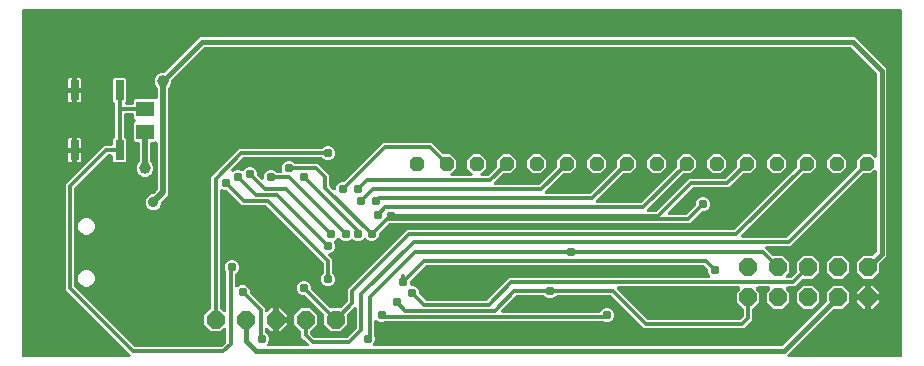
<source format=gbr>
G04 EAGLE Gerber RS-274X export*
G75*
%MOMM*%
%FSLAX34Y34*%
%LPD*%
%INBottom Copper*%
%IPPOS*%
%AMOC8*
5,1,8,0,0,1.08239X$1,22.5*%
G01*
%ADD10P,1.319650X8X202.500000*%
%ADD11P,1.649562X8X112.500000*%
%ADD12P,1.649562X8X22.500000*%
%ADD13R,0.762000X1.651000*%
%ADD14R,1.500000X1.300000*%
%ADD15C,0.787400*%
%ADD16C,0.406400*%
%ADD17C,0.508000*%
%ADD18C,0.914400*%
%ADD19C,1.006400*%
%ADD20C,0.304800*%

G36*
X170741Y11191D02*
X170741Y11191D01*
X170868Y11198D01*
X170914Y11211D01*
X170962Y11217D01*
X171081Y11259D01*
X171202Y11294D01*
X171245Y11318D01*
X171290Y11334D01*
X171396Y11403D01*
X171507Y11464D01*
X171553Y11504D01*
X171583Y11523D01*
X171616Y11558D01*
X171693Y11623D01*
X175067Y14997D01*
X175146Y15096D01*
X175230Y15190D01*
X175254Y15232D01*
X175284Y15270D01*
X175338Y15384D01*
X175399Y15495D01*
X175412Y15542D01*
X175433Y15585D01*
X175459Y15709D01*
X175494Y15830D01*
X175499Y15891D01*
X175506Y15926D01*
X175505Y15974D01*
X175513Y16074D01*
X175513Y26105D01*
X175502Y26205D01*
X175500Y26305D01*
X175482Y26377D01*
X175473Y26451D01*
X175440Y26545D01*
X175415Y26643D01*
X175381Y26709D01*
X175356Y26779D01*
X175301Y26864D01*
X175255Y26953D01*
X175207Y27009D01*
X175167Y27072D01*
X175095Y27142D01*
X175030Y27218D01*
X174970Y27262D01*
X174916Y27314D01*
X174830Y27366D01*
X174749Y27425D01*
X174681Y27455D01*
X174617Y27493D01*
X174521Y27524D01*
X174429Y27563D01*
X174356Y27577D01*
X174285Y27599D01*
X174185Y27607D01*
X174086Y27625D01*
X174012Y27621D01*
X173938Y27627D01*
X173838Y27612D01*
X173738Y27607D01*
X173667Y27587D01*
X173593Y27575D01*
X173500Y27538D01*
X173403Y27511D01*
X173338Y27474D01*
X173269Y27447D01*
X173187Y27390D01*
X173099Y27340D01*
X173023Y27275D01*
X172983Y27248D01*
X172959Y27221D01*
X172913Y27182D01*
X170368Y24637D01*
X162372Y24637D01*
X156717Y30292D01*
X156717Y38288D01*
X162367Y43938D01*
X162446Y44037D01*
X162530Y44131D01*
X162554Y44173D01*
X162584Y44211D01*
X162638Y44325D01*
X162699Y44436D01*
X162712Y44483D01*
X162733Y44526D01*
X162759Y44650D01*
X162794Y44771D01*
X162799Y44832D01*
X162806Y44867D01*
X162805Y44915D01*
X162813Y45015D01*
X162813Y155143D01*
X186487Y178817D01*
X256103Y178817D01*
X256229Y178831D01*
X256355Y178838D01*
X256402Y178851D01*
X256450Y178857D01*
X256568Y178899D01*
X256690Y178934D01*
X256732Y178958D01*
X256778Y178974D01*
X256884Y179043D01*
X256994Y179104D01*
X257040Y179144D01*
X257070Y179163D01*
X257104Y179198D01*
X257180Y179263D01*
X258238Y180321D01*
X260433Y181230D01*
X262807Y181230D01*
X265002Y180321D01*
X266681Y178642D01*
X267590Y176447D01*
X267590Y174073D01*
X266681Y171878D01*
X265002Y170199D01*
X262807Y169290D01*
X260433Y169290D01*
X258238Y170199D01*
X257180Y171257D01*
X257081Y171336D01*
X256988Y171420D01*
X256945Y171444D01*
X256907Y171474D01*
X256793Y171528D01*
X256682Y171589D01*
X256636Y171602D01*
X256592Y171623D01*
X256469Y171649D01*
X256347Y171684D01*
X256286Y171689D01*
X256252Y171696D01*
X256204Y171695D01*
X256103Y171703D01*
X190064Y171703D01*
X189939Y171689D01*
X189812Y171682D01*
X189766Y171669D01*
X189718Y171663D01*
X189599Y171621D01*
X189478Y171586D01*
X189435Y171562D01*
X189390Y171546D01*
X189284Y171477D01*
X189173Y171416D01*
X189127Y171376D01*
X189097Y171357D01*
X189063Y171322D01*
X188987Y171257D01*
X180100Y162370D01*
X180069Y162331D01*
X180031Y162297D01*
X179960Y162194D01*
X179883Y162097D01*
X179862Y162051D01*
X179833Y162010D01*
X179787Y161894D01*
X179734Y161782D01*
X179724Y161733D01*
X179705Y161686D01*
X179687Y161563D01*
X179661Y161441D01*
X179662Y161391D01*
X179654Y161341D01*
X179665Y161217D01*
X179667Y161093D01*
X179679Y161044D01*
X179683Y160994D01*
X179722Y160875D01*
X179752Y160755D01*
X179775Y160710D01*
X179790Y160662D01*
X179855Y160556D01*
X179912Y160445D01*
X179944Y160406D01*
X179970Y160363D01*
X180057Y160274D01*
X180137Y160179D01*
X180178Y160149D01*
X180213Y160113D01*
X180318Y160046D01*
X180418Y159972D01*
X180464Y159952D01*
X180506Y159925D01*
X180623Y159884D01*
X180738Y159834D01*
X180787Y159825D01*
X180835Y159808D01*
X180958Y159795D01*
X181081Y159773D01*
X181131Y159775D01*
X181181Y159770D01*
X181305Y159784D01*
X181429Y159791D01*
X181477Y159804D01*
X181527Y159810D01*
X181760Y159886D01*
X181764Y159887D01*
X184233Y160910D01*
X186607Y160910D01*
X188556Y160103D01*
X188581Y160095D01*
X188605Y160083D01*
X188749Y160048D01*
X188891Y160007D01*
X188917Y160006D01*
X188943Y159999D01*
X189091Y159997D01*
X189239Y159990D01*
X189265Y159995D01*
X189291Y159994D01*
X189436Y160026D01*
X189582Y160053D01*
X189606Y160063D01*
X189632Y160069D01*
X189765Y160132D01*
X189902Y160191D01*
X189923Y160207D01*
X189947Y160218D01*
X190062Y160311D01*
X190181Y160399D01*
X190198Y160419D01*
X190219Y160436D01*
X190311Y160552D01*
X190407Y160665D01*
X190419Y160689D01*
X190435Y160709D01*
X190506Y160849D01*
X192198Y162541D01*
X194393Y163450D01*
X196767Y163450D01*
X198962Y162541D01*
X200641Y160862D01*
X201550Y158667D01*
X201550Y157171D01*
X201564Y157046D01*
X201571Y156919D01*
X201584Y156873D01*
X201590Y156825D01*
X201632Y156706D01*
X201667Y156585D01*
X201691Y156542D01*
X201707Y156497D01*
X201776Y156391D01*
X201837Y156280D01*
X201877Y156234D01*
X201896Y156204D01*
X201931Y156171D01*
X201996Y156094D01*
X204790Y153300D01*
X204868Y153238D01*
X204941Y153168D01*
X205005Y153130D01*
X205063Y153083D01*
X205154Y153041D01*
X205240Y152989D01*
X205311Y152966D01*
X205378Y152935D01*
X205476Y152913D01*
X205572Y152883D01*
X205646Y152877D01*
X205719Y152861D01*
X205819Y152863D01*
X205919Y152855D01*
X205993Y152866D01*
X206067Y152867D01*
X206164Y152892D01*
X206264Y152906D01*
X206333Y152934D01*
X206405Y152952D01*
X206495Y152998D01*
X206588Y153035D01*
X206649Y153078D01*
X206715Y153112D01*
X206792Y153177D01*
X206874Y153234D01*
X206924Y153289D01*
X206980Y153338D01*
X207040Y153418D01*
X207107Y153493D01*
X207143Y153558D01*
X207188Y153618D01*
X207227Y153710D01*
X207276Y153798D01*
X207296Y153870D01*
X207326Y153938D01*
X207343Y154037D01*
X207371Y154133D01*
X207379Y154233D01*
X207387Y154281D01*
X207385Y154317D01*
X207390Y154377D01*
X207390Y156127D01*
X208299Y158322D01*
X209978Y160001D01*
X212173Y160910D01*
X214547Y160910D01*
X216742Y160001D01*
X217800Y158943D01*
X217899Y158864D01*
X217992Y158780D01*
X218035Y158756D01*
X218073Y158726D01*
X218187Y158672D01*
X218298Y158611D01*
X218344Y158598D01*
X218388Y158577D01*
X218511Y158551D01*
X218633Y158516D01*
X218694Y158511D01*
X218728Y158504D01*
X218776Y158505D01*
X218877Y158497D01*
X221542Y158497D01*
X221691Y158514D01*
X221841Y158526D01*
X221864Y158534D01*
X221888Y158537D01*
X222030Y158587D01*
X222173Y158634D01*
X222193Y158646D01*
X222216Y158654D01*
X222343Y158736D01*
X222471Y158813D01*
X222489Y158830D01*
X222509Y158843D01*
X222614Y158951D01*
X222721Y159056D01*
X222734Y159076D01*
X222751Y159094D01*
X222828Y159223D01*
X222909Y159349D01*
X222918Y159372D01*
X222930Y159393D01*
X222976Y159536D01*
X223026Y159678D01*
X223029Y159702D01*
X223036Y159725D01*
X223048Y159874D01*
X223065Y160024D01*
X223062Y160048D01*
X223064Y160072D01*
X223042Y160221D01*
X223024Y160370D01*
X223015Y160398D01*
X223012Y160417D01*
X222995Y160461D01*
X222949Y160603D01*
X222630Y161373D01*
X222630Y163747D01*
X223539Y165942D01*
X225218Y167621D01*
X227413Y168530D01*
X229787Y168530D01*
X231982Y167621D01*
X233040Y166563D01*
X233139Y166484D01*
X233232Y166400D01*
X233275Y166376D01*
X233313Y166346D01*
X233427Y166292D01*
X233537Y166231D01*
X233584Y166218D01*
X233628Y166197D01*
X233751Y166171D01*
X233873Y166136D01*
X233934Y166131D01*
X233968Y166124D01*
X234016Y166125D01*
X234117Y166117D01*
X252933Y166117D01*
X262637Y156413D01*
X262637Y148154D01*
X262651Y148029D01*
X262658Y147902D01*
X262671Y147856D01*
X262677Y147808D01*
X262719Y147689D01*
X262754Y147568D01*
X262778Y147525D01*
X262794Y147480D01*
X262863Y147374D01*
X262924Y147263D01*
X262964Y147217D01*
X262983Y147187D01*
X263018Y147153D01*
X263083Y147077D01*
X265750Y144410D01*
X265828Y144348D01*
X265901Y144278D01*
X265965Y144240D01*
X266023Y144193D01*
X266114Y144151D01*
X266200Y144099D01*
X266271Y144076D01*
X266338Y144045D01*
X266436Y144023D01*
X266532Y143993D01*
X266606Y143987D01*
X266679Y143971D01*
X266779Y143973D01*
X266879Y143965D01*
X266953Y143976D01*
X267027Y143977D01*
X267124Y144002D01*
X267224Y144016D01*
X267293Y144044D01*
X267365Y144062D01*
X267454Y144108D01*
X267548Y144145D01*
X267609Y144188D01*
X267675Y144222D01*
X267751Y144287D01*
X267834Y144344D01*
X267884Y144399D01*
X267940Y144448D01*
X268000Y144528D01*
X268067Y144603D01*
X268103Y144668D01*
X268148Y144728D01*
X268187Y144820D01*
X268236Y144908D01*
X268256Y144980D01*
X268286Y145048D01*
X268303Y145147D01*
X268331Y145243D01*
X268339Y145343D01*
X268347Y145391D01*
X268345Y145427D01*
X268350Y145487D01*
X268350Y145967D01*
X269259Y148162D01*
X270938Y149841D01*
X273133Y150750D01*
X274629Y150750D01*
X274754Y150764D01*
X274881Y150771D01*
X274927Y150784D01*
X274975Y150790D01*
X275094Y150832D01*
X275215Y150867D01*
X275258Y150891D01*
X275303Y150907D01*
X275409Y150976D01*
X275520Y151037D01*
X275566Y151077D01*
X275596Y151096D01*
X275629Y151131D01*
X275706Y151196D01*
X308407Y183897D01*
X349453Y183897D01*
X358405Y174945D01*
X358504Y174866D01*
X358598Y174782D01*
X358640Y174758D01*
X358678Y174728D01*
X358792Y174674D01*
X358903Y174613D01*
X358950Y174600D01*
X358993Y174579D01*
X359117Y174553D01*
X359238Y174518D01*
X359299Y174513D01*
X359334Y174506D01*
X359382Y174507D01*
X359482Y174499D01*
X365317Y174499D01*
X370079Y169737D01*
X370079Y163003D01*
X365633Y158557D01*
X365570Y158479D01*
X365501Y158406D01*
X365462Y158342D01*
X365416Y158284D01*
X365373Y158193D01*
X365322Y158107D01*
X365299Y158036D01*
X365267Y157969D01*
X365246Y157871D01*
X365216Y157775D01*
X365210Y157701D01*
X365194Y157628D01*
X365196Y157528D01*
X365188Y157428D01*
X365199Y157354D01*
X365200Y157280D01*
X365224Y157183D01*
X365239Y157083D01*
X365267Y157014D01*
X365285Y156942D01*
X365331Y156852D01*
X365368Y156759D01*
X365410Y156698D01*
X365445Y156632D01*
X365510Y156555D01*
X365567Y156473D01*
X365622Y156423D01*
X365670Y156367D01*
X365751Y156307D01*
X365826Y156240D01*
X365891Y156204D01*
X365951Y156159D01*
X366043Y156120D01*
X366131Y156071D01*
X366202Y156051D01*
X366271Y156021D01*
X366369Y156004D01*
X366466Y155976D01*
X366566Y155968D01*
X366614Y155960D01*
X366649Y155962D01*
X366710Y155957D01*
X382590Y155957D01*
X382690Y155968D01*
X382790Y155970D01*
X382862Y155988D01*
X382936Y155997D01*
X383031Y156030D01*
X383128Y156055D01*
X383194Y156089D01*
X383264Y156114D01*
X383349Y156169D01*
X383438Y156215D01*
X383495Y156263D01*
X383557Y156303D01*
X383627Y156375D01*
X383703Y156440D01*
X383748Y156500D01*
X383799Y156554D01*
X383851Y156640D01*
X383911Y156721D01*
X383940Y156789D01*
X383978Y156853D01*
X384009Y156949D01*
X384049Y157041D01*
X384062Y157114D01*
X384084Y157185D01*
X384093Y157285D01*
X384110Y157384D01*
X384106Y157458D01*
X384112Y157532D01*
X384098Y157632D01*
X384092Y157732D01*
X384072Y157803D01*
X384061Y157877D01*
X384024Y157970D01*
X383996Y158067D01*
X383959Y158132D01*
X383932Y158201D01*
X383875Y158283D01*
X383826Y158371D01*
X383761Y158447D01*
X383733Y158487D01*
X383707Y158511D01*
X383667Y158557D01*
X379221Y163003D01*
X379221Y169737D01*
X383983Y174499D01*
X390717Y174499D01*
X395479Y169737D01*
X395479Y163003D01*
X391033Y158557D01*
X390970Y158479D01*
X390901Y158406D01*
X390862Y158342D01*
X390816Y158284D01*
X390773Y158193D01*
X390722Y158107D01*
X390699Y158036D01*
X390667Y157969D01*
X390646Y157871D01*
X390616Y157775D01*
X390610Y157701D01*
X390594Y157628D01*
X390596Y157528D01*
X390588Y157428D01*
X390599Y157354D01*
X390600Y157280D01*
X390624Y157183D01*
X390639Y157083D01*
X390667Y157014D01*
X390685Y156942D01*
X390731Y156852D01*
X390768Y156759D01*
X390810Y156698D01*
X390845Y156632D01*
X390910Y156555D01*
X390967Y156473D01*
X391022Y156423D01*
X391070Y156367D01*
X391151Y156307D01*
X391226Y156240D01*
X391291Y156204D01*
X391351Y156159D01*
X391443Y156120D01*
X391531Y156071D01*
X391602Y156051D01*
X391671Y156021D01*
X391769Y156004D01*
X391866Y155976D01*
X391966Y155968D01*
X392014Y155960D01*
X392049Y155962D01*
X392110Y155957D01*
X396676Y155957D01*
X396801Y155971D01*
X396928Y155978D01*
X396974Y155991D01*
X397022Y155997D01*
X397141Y156039D01*
X397262Y156074D01*
X397305Y156098D01*
X397350Y156114D01*
X397456Y156183D01*
X397567Y156244D01*
X397613Y156284D01*
X397643Y156303D01*
X397676Y156338D01*
X397753Y156403D01*
X404175Y162825D01*
X404254Y162924D01*
X404338Y163018D01*
X404362Y163060D01*
X404392Y163098D01*
X404446Y163212D01*
X404507Y163323D01*
X404520Y163370D01*
X404541Y163413D01*
X404567Y163537D01*
X404602Y163658D01*
X404607Y163719D01*
X404614Y163754D01*
X404613Y163802D01*
X404621Y163902D01*
X404621Y169737D01*
X409383Y174499D01*
X416117Y174499D01*
X420879Y169737D01*
X420879Y163003D01*
X416117Y158241D01*
X410282Y158241D01*
X410157Y158227D01*
X410030Y158220D01*
X409984Y158207D01*
X409936Y158201D01*
X409817Y158159D01*
X409696Y158124D01*
X409653Y158100D01*
X409608Y158084D01*
X409502Y158015D01*
X409391Y157954D01*
X409345Y157914D01*
X409315Y157895D01*
X409281Y157860D01*
X409205Y157795D01*
X402347Y150937D01*
X402285Y150859D01*
X402215Y150786D01*
X402177Y150722D01*
X402130Y150664D01*
X402088Y150573D01*
X402036Y150487D01*
X402013Y150416D01*
X401982Y150349D01*
X401960Y150251D01*
X401930Y150155D01*
X401924Y150081D01*
X401908Y150008D01*
X401910Y149908D01*
X401902Y149808D01*
X401913Y149734D01*
X401914Y149660D01*
X401939Y149563D01*
X401953Y149463D01*
X401981Y149394D01*
X401999Y149322D01*
X402045Y149232D01*
X402082Y149139D01*
X402125Y149078D01*
X402159Y149012D01*
X402224Y148935D01*
X402281Y148853D01*
X402336Y148803D01*
X402385Y148747D01*
X402465Y148687D01*
X402540Y148620D01*
X402605Y148584D01*
X402665Y148539D01*
X402757Y148500D01*
X402845Y148451D01*
X402917Y148431D01*
X402985Y148401D01*
X403084Y148384D01*
X403180Y148356D01*
X403280Y148348D01*
X403328Y148340D01*
X403364Y148342D01*
X403424Y148337D01*
X439856Y148337D01*
X439981Y148351D01*
X440108Y148358D01*
X440154Y148371D01*
X440202Y148377D01*
X440321Y148419D01*
X440442Y148454D01*
X440485Y148478D01*
X440530Y148494D01*
X440636Y148563D01*
X440747Y148624D01*
X440793Y148664D01*
X440823Y148683D01*
X440856Y148718D01*
X440933Y148783D01*
X454975Y162825D01*
X455054Y162924D01*
X455138Y163018D01*
X455162Y163060D01*
X455192Y163098D01*
X455246Y163212D01*
X455307Y163323D01*
X455320Y163370D01*
X455341Y163413D01*
X455367Y163537D01*
X455402Y163658D01*
X455407Y163719D01*
X455414Y163754D01*
X455413Y163802D01*
X455421Y163902D01*
X455421Y169737D01*
X460183Y174499D01*
X466917Y174499D01*
X471679Y169737D01*
X471679Y163003D01*
X466917Y158241D01*
X461082Y158241D01*
X460957Y158227D01*
X460830Y158220D01*
X460784Y158207D01*
X460736Y158201D01*
X460617Y158159D01*
X460496Y158124D01*
X460453Y158100D01*
X460408Y158084D01*
X460302Y158015D01*
X460191Y157954D01*
X460145Y157914D01*
X460115Y157895D01*
X460081Y157860D01*
X460005Y157795D01*
X445527Y143317D01*
X445465Y143239D01*
X445395Y143166D01*
X445357Y143102D01*
X445310Y143044D01*
X445268Y142953D01*
X445216Y142867D01*
X445193Y142796D01*
X445162Y142729D01*
X445140Y142631D01*
X445110Y142535D01*
X445104Y142461D01*
X445088Y142388D01*
X445090Y142288D01*
X445082Y142188D01*
X445093Y142114D01*
X445094Y142040D01*
X445119Y141943D01*
X445133Y141843D01*
X445161Y141774D01*
X445179Y141702D01*
X445225Y141612D01*
X445262Y141519D01*
X445305Y141458D01*
X445339Y141392D01*
X445404Y141315D01*
X445461Y141233D01*
X445516Y141183D01*
X445565Y141127D01*
X445645Y141067D01*
X445720Y141000D01*
X445785Y140964D01*
X445845Y140919D01*
X445937Y140880D01*
X446025Y140831D01*
X446097Y140811D01*
X446165Y140781D01*
X446264Y140764D01*
X446360Y140736D01*
X446460Y140728D01*
X446508Y140720D01*
X446544Y140722D01*
X446604Y140717D01*
X483036Y140717D01*
X483161Y140731D01*
X483288Y140738D01*
X483334Y140751D01*
X483382Y140757D01*
X483501Y140799D01*
X483622Y140834D01*
X483665Y140858D01*
X483710Y140874D01*
X483816Y140943D01*
X483927Y141004D01*
X483973Y141044D01*
X484003Y141063D01*
X484036Y141098D01*
X484113Y141163D01*
X505775Y162825D01*
X505854Y162924D01*
X505938Y163018D01*
X505962Y163060D01*
X505992Y163098D01*
X506046Y163212D01*
X506107Y163323D01*
X506120Y163370D01*
X506141Y163413D01*
X506167Y163537D01*
X506202Y163658D01*
X506207Y163719D01*
X506214Y163754D01*
X506213Y163802D01*
X506221Y163902D01*
X506221Y169737D01*
X510983Y174499D01*
X517717Y174499D01*
X522479Y169737D01*
X522479Y163003D01*
X517717Y158241D01*
X511882Y158241D01*
X511757Y158227D01*
X511630Y158220D01*
X511584Y158207D01*
X511536Y158201D01*
X511417Y158159D01*
X511296Y158124D01*
X511253Y158100D01*
X511208Y158084D01*
X511102Y158015D01*
X510991Y157954D01*
X510945Y157914D01*
X510915Y157895D01*
X510882Y157860D01*
X510805Y157795D01*
X489143Y136133D01*
X488707Y135697D01*
X488645Y135619D01*
X488575Y135546D01*
X488537Y135482D01*
X488490Y135424D01*
X488448Y135333D01*
X488396Y135247D01*
X488373Y135176D01*
X488342Y135109D01*
X488320Y135011D01*
X488290Y134915D01*
X488284Y134841D01*
X488268Y134768D01*
X488270Y134668D01*
X488262Y134568D01*
X488273Y134494D01*
X488274Y134420D01*
X488299Y134322D01*
X488313Y134223D01*
X488341Y134154D01*
X488359Y134082D01*
X488405Y133993D01*
X488442Y133899D01*
X488485Y133838D01*
X488519Y133772D01*
X488584Y133696D01*
X488641Y133613D01*
X488696Y133563D01*
X488745Y133507D01*
X488825Y133447D01*
X488900Y133380D01*
X488965Y133344D01*
X489025Y133299D01*
X489117Y133260D01*
X489205Y133211D01*
X489277Y133191D01*
X489345Y133161D01*
X489444Y133144D01*
X489540Y133116D01*
X489641Y133108D01*
X489688Y133100D01*
X489723Y133102D01*
X489784Y133097D01*
X526216Y133097D01*
X526341Y133111D01*
X526468Y133118D01*
X526514Y133131D01*
X526562Y133137D01*
X526681Y133179D01*
X526802Y133214D01*
X526845Y133238D01*
X526890Y133254D01*
X526996Y133323D01*
X527107Y133384D01*
X527153Y133424D01*
X527183Y133443D01*
X527216Y133478D01*
X527293Y133543D01*
X556575Y162825D01*
X556654Y162924D01*
X556738Y163018D01*
X556762Y163060D01*
X556792Y163098D01*
X556846Y163212D01*
X556907Y163323D01*
X556920Y163370D01*
X556941Y163413D01*
X556967Y163537D01*
X557002Y163658D01*
X557007Y163719D01*
X557014Y163754D01*
X557013Y163802D01*
X557021Y163902D01*
X557021Y169737D01*
X561783Y174499D01*
X568517Y174499D01*
X573279Y169737D01*
X573279Y163003D01*
X568517Y158241D01*
X562682Y158241D01*
X562557Y158227D01*
X562430Y158220D01*
X562384Y158207D01*
X562336Y158201D01*
X562217Y158159D01*
X562096Y158124D01*
X562053Y158100D01*
X562008Y158084D01*
X561902Y158015D01*
X561791Y157954D01*
X561745Y157914D01*
X561715Y157895D01*
X561681Y157860D01*
X561605Y157795D01*
X531887Y128077D01*
X531825Y127999D01*
X531755Y127926D01*
X531717Y127862D01*
X531670Y127804D01*
X531628Y127713D01*
X531576Y127627D01*
X531553Y127556D01*
X531522Y127489D01*
X531500Y127391D01*
X531470Y127295D01*
X531464Y127221D01*
X531448Y127148D01*
X531450Y127048D01*
X531442Y126948D01*
X531453Y126874D01*
X531454Y126800D01*
X531479Y126703D01*
X531493Y126603D01*
X531521Y126534D01*
X531539Y126462D01*
X531585Y126372D01*
X531622Y126279D01*
X531665Y126218D01*
X531699Y126152D01*
X531764Y126075D01*
X531821Y125993D01*
X531876Y125943D01*
X531925Y125887D01*
X532005Y125827D01*
X532080Y125760D01*
X532145Y125724D01*
X532205Y125679D01*
X532297Y125640D01*
X532385Y125591D01*
X532457Y125571D01*
X532525Y125541D01*
X532624Y125524D01*
X532720Y125496D01*
X532820Y125488D01*
X532868Y125480D01*
X532904Y125482D01*
X532964Y125477D01*
X538916Y125477D01*
X539041Y125491D01*
X539168Y125498D01*
X539214Y125511D01*
X539262Y125517D01*
X539381Y125559D01*
X539502Y125594D01*
X539545Y125618D01*
X539590Y125634D01*
X539696Y125703D01*
X539807Y125764D01*
X539853Y125804D01*
X539883Y125823D01*
X539916Y125858D01*
X539993Y125923D01*
X567487Y153417D01*
X597336Y153417D01*
X597461Y153431D01*
X597588Y153438D01*
X597634Y153451D01*
X597682Y153457D01*
X597801Y153499D01*
X597922Y153534D01*
X597965Y153558D01*
X598010Y153574D01*
X598116Y153643D01*
X598227Y153704D01*
X598273Y153744D01*
X598303Y153763D01*
X598336Y153798D01*
X598413Y153863D01*
X607375Y162825D01*
X607454Y162924D01*
X607538Y163018D01*
X607562Y163060D01*
X607592Y163098D01*
X607646Y163212D01*
X607707Y163323D01*
X607720Y163370D01*
X607741Y163413D01*
X607767Y163537D01*
X607802Y163658D01*
X607807Y163719D01*
X607814Y163754D01*
X607813Y163802D01*
X607821Y163902D01*
X607821Y169737D01*
X612583Y174499D01*
X619317Y174499D01*
X624079Y169737D01*
X624079Y163003D01*
X619317Y158241D01*
X613482Y158241D01*
X613357Y158227D01*
X613230Y158220D01*
X613184Y158207D01*
X613136Y158201D01*
X613017Y158159D01*
X612896Y158124D01*
X612853Y158100D01*
X612808Y158084D01*
X612702Y158015D01*
X612591Y157954D01*
X612545Y157914D01*
X612515Y157895D01*
X612482Y157860D01*
X612405Y157795D01*
X600913Y146303D01*
X571064Y146303D01*
X570939Y146289D01*
X570812Y146282D01*
X570766Y146269D01*
X570718Y146263D01*
X570599Y146221D01*
X570478Y146186D01*
X570435Y146162D01*
X570390Y146146D01*
X570284Y146077D01*
X570173Y146016D01*
X570127Y145976D01*
X570097Y145957D01*
X570063Y145922D01*
X569987Y145857D01*
X549667Y125537D01*
X549605Y125459D01*
X549535Y125386D01*
X549497Y125322D01*
X549450Y125264D01*
X549408Y125173D01*
X549356Y125087D01*
X549333Y125016D01*
X549302Y124949D01*
X549280Y124851D01*
X549250Y124755D01*
X549244Y124681D01*
X549228Y124608D01*
X549230Y124508D01*
X549222Y124408D01*
X549233Y124334D01*
X549234Y124260D01*
X549259Y124163D01*
X549273Y124063D01*
X549301Y123994D01*
X549319Y123922D01*
X549365Y123832D01*
X549402Y123739D01*
X549445Y123678D01*
X549479Y123612D01*
X549544Y123535D01*
X549601Y123453D01*
X549656Y123403D01*
X549705Y123347D01*
X549785Y123287D01*
X549860Y123220D01*
X549925Y123184D01*
X549985Y123139D01*
X550077Y123100D01*
X550165Y123051D01*
X550237Y123031D01*
X550305Y123001D01*
X550404Y122984D01*
X550500Y122956D01*
X550600Y122948D01*
X550648Y122940D01*
X550684Y122942D01*
X550744Y122937D01*
X564316Y122937D01*
X564441Y122951D01*
X564568Y122958D01*
X564614Y122971D01*
X564662Y122977D01*
X564781Y123019D01*
X564902Y123054D01*
X564945Y123078D01*
X564990Y123094D01*
X565096Y123163D01*
X565207Y123224D01*
X565253Y123264D01*
X565283Y123283D01*
X565316Y123318D01*
X565393Y123383D01*
X572704Y130694D01*
X572783Y130793D01*
X572867Y130887D01*
X572891Y130929D01*
X572921Y130967D01*
X572975Y131081D01*
X573036Y131192D01*
X573049Y131239D01*
X573070Y131282D01*
X573096Y131406D01*
X573131Y131527D01*
X573136Y131588D01*
X573143Y131623D01*
X573142Y131671D01*
X573150Y131771D01*
X573150Y133267D01*
X574059Y135462D01*
X575738Y137141D01*
X577933Y138050D01*
X580307Y138050D01*
X582502Y137141D01*
X584181Y135462D01*
X585090Y133267D01*
X585090Y130893D01*
X584181Y128698D01*
X582502Y127019D01*
X580307Y126110D01*
X578811Y126110D01*
X578686Y126096D01*
X578559Y126089D01*
X578513Y126076D01*
X578465Y126070D01*
X578346Y126028D01*
X578225Y125993D01*
X578182Y125969D01*
X578137Y125953D01*
X578031Y125884D01*
X577920Y125823D01*
X577874Y125783D01*
X577844Y125764D01*
X577811Y125729D01*
X577734Y125664D01*
X567893Y115823D01*
X313254Y115823D01*
X313129Y115809D01*
X313002Y115802D01*
X312956Y115789D01*
X312908Y115783D01*
X312789Y115741D01*
X312668Y115706D01*
X312625Y115682D01*
X312580Y115666D01*
X312474Y115597D01*
X312363Y115536D01*
X312317Y115496D01*
X312287Y115477D01*
X312253Y115442D01*
X312177Y115377D01*
X304866Y108066D01*
X304787Y107967D01*
X304703Y107873D01*
X304679Y107831D01*
X304649Y107793D01*
X304595Y107679D01*
X304534Y107568D01*
X304521Y107521D01*
X304500Y107478D01*
X304474Y107354D01*
X304439Y107233D01*
X304434Y107172D01*
X304427Y107137D01*
X304428Y107089D01*
X304420Y106989D01*
X304420Y105493D01*
X303511Y103298D01*
X301832Y101619D01*
X299637Y100710D01*
X297263Y100710D01*
X295068Y101619D01*
X293812Y102875D01*
X293792Y102892D01*
X293775Y102912D01*
X293655Y103000D01*
X293539Y103092D01*
X293515Y103103D01*
X293494Y103119D01*
X293358Y103178D01*
X293224Y103241D01*
X293198Y103246D01*
X293174Y103257D01*
X293028Y103283D01*
X292883Y103314D01*
X292857Y103314D01*
X292831Y103319D01*
X292683Y103311D01*
X292535Y103308D01*
X292509Y103302D01*
X292483Y103301D01*
X292341Y103260D01*
X292197Y103223D01*
X292174Y103211D01*
X292148Y103204D01*
X292019Y103132D01*
X291887Y103064D01*
X291867Y103047D01*
X291844Y103034D01*
X291658Y102875D01*
X290402Y101619D01*
X288207Y100710D01*
X285833Y100710D01*
X283638Y101619D01*
X283017Y102240D01*
X282997Y102257D01*
X282980Y102277D01*
X282860Y102365D01*
X282744Y102457D01*
X282720Y102468D01*
X282699Y102484D01*
X282563Y102543D01*
X282429Y102606D01*
X282403Y102611D01*
X282379Y102622D01*
X282233Y102648D01*
X282088Y102679D01*
X282062Y102679D01*
X282036Y102684D01*
X281888Y102676D01*
X281740Y102673D01*
X281714Y102667D01*
X281688Y102666D01*
X281546Y102625D01*
X281402Y102588D01*
X281378Y102576D01*
X281353Y102569D01*
X281224Y102497D01*
X281092Y102429D01*
X281072Y102412D01*
X281049Y102399D01*
X280863Y102240D01*
X280242Y101619D01*
X278047Y100710D01*
X275673Y100710D01*
X273478Y101619D01*
X271587Y103510D01*
X271567Y103527D01*
X271550Y103547D01*
X271430Y103635D01*
X271314Y103727D01*
X271290Y103738D01*
X271269Y103754D01*
X271133Y103813D01*
X270999Y103876D01*
X270973Y103881D01*
X270949Y103892D01*
X270803Y103918D01*
X270658Y103949D01*
X270632Y103949D01*
X270606Y103954D01*
X270458Y103946D01*
X270310Y103943D01*
X270284Y103937D01*
X270258Y103936D01*
X270116Y103895D01*
X269972Y103858D01*
X269949Y103846D01*
X269923Y103839D01*
X269794Y103767D01*
X269662Y103699D01*
X269642Y103682D01*
X269619Y103669D01*
X269433Y103510D01*
X267531Y101609D01*
X267432Y101549D01*
X267303Y101477D01*
X267283Y101459D01*
X267260Y101446D01*
X267154Y101342D01*
X267044Y101243D01*
X267029Y101221D01*
X267010Y101203D01*
X266930Y101078D01*
X266846Y100956D01*
X266836Y100932D01*
X266822Y100910D01*
X266773Y100770D01*
X266718Y100632D01*
X266714Y100606D01*
X266706Y100581D01*
X266689Y100434D01*
X266667Y100287D01*
X266670Y100261D01*
X266667Y100235D01*
X266684Y100088D01*
X266696Y99940D01*
X266704Y99915D01*
X266707Y99889D01*
X266783Y99656D01*
X267590Y97707D01*
X267590Y95333D01*
X266681Y93138D01*
X265002Y91459D01*
X262872Y90577D01*
X262740Y90504D01*
X262607Y90435D01*
X262588Y90419D01*
X262567Y90408D01*
X262456Y90307D01*
X262341Y90209D01*
X262327Y90190D01*
X262309Y90173D01*
X262223Y90050D01*
X262134Y89929D01*
X262124Y89907D01*
X262111Y89887D01*
X262056Y89747D01*
X261996Y89609D01*
X261992Y89585D01*
X261983Y89563D01*
X261961Y89414D01*
X261934Y89266D01*
X261936Y89242D01*
X261932Y89218D01*
X261945Y89068D01*
X261952Y88918D01*
X261959Y88895D01*
X261961Y88870D01*
X262007Y88727D01*
X262049Y88583D01*
X262061Y88562D01*
X262068Y88539D01*
X262146Y88410D01*
X262219Y88279D01*
X262238Y88257D01*
X262248Y88240D01*
X262281Y88206D01*
X262377Y88092D01*
X265177Y85293D01*
X265177Y74097D01*
X265178Y74086D01*
X265178Y74081D01*
X265181Y74056D01*
X265191Y73971D01*
X265198Y73845D01*
X265211Y73798D01*
X265217Y73750D01*
X265259Y73632D01*
X265294Y73510D01*
X265318Y73468D01*
X265334Y73422D01*
X265403Y73316D01*
X265464Y73206D01*
X265504Y73160D01*
X265523Y73130D01*
X265558Y73096D01*
X265623Y73020D01*
X266681Y71962D01*
X267590Y69767D01*
X267590Y67393D01*
X266681Y65198D01*
X265002Y63519D01*
X262807Y62610D01*
X260433Y62610D01*
X258238Y63519D01*
X256559Y65198D01*
X255650Y67393D01*
X255650Y69767D01*
X256559Y71962D01*
X257617Y73020D01*
X257696Y73119D01*
X257780Y73212D01*
X257804Y73255D01*
X257834Y73293D01*
X257888Y73407D01*
X257949Y73518D01*
X257962Y73564D01*
X257983Y73608D01*
X258009Y73731D01*
X258044Y73853D01*
X258049Y73914D01*
X258056Y73948D01*
X258055Y73996D01*
X258063Y74097D01*
X258063Y81716D01*
X258049Y81841D01*
X258042Y81968D01*
X258029Y82014D01*
X258023Y82062D01*
X257981Y82181D01*
X257946Y82302D01*
X257922Y82345D01*
X257906Y82390D01*
X257837Y82496D01*
X257776Y82607D01*
X257736Y82653D01*
X257717Y82683D01*
X257682Y82716D01*
X257654Y82750D01*
X257649Y82757D01*
X257644Y82761D01*
X257617Y82793D01*
X209793Y130617D01*
X209694Y130696D01*
X209600Y130780D01*
X209558Y130804D01*
X209520Y130834D01*
X209406Y130888D01*
X209295Y130949D01*
X209248Y130962D01*
X209205Y130983D01*
X209081Y131009D01*
X208960Y131044D01*
X208899Y131049D01*
X208864Y131056D01*
X208816Y131055D01*
X208716Y131063D01*
X189027Y131063D01*
X186497Y133593D01*
X176646Y143444D01*
X176547Y143523D01*
X176453Y143607D01*
X176411Y143631D01*
X176373Y143661D01*
X176259Y143715D01*
X176148Y143776D01*
X176101Y143789D01*
X176058Y143810D01*
X175934Y143836D01*
X175813Y143871D01*
X175752Y143876D01*
X175717Y143883D01*
X175669Y143882D01*
X175569Y143890D01*
X174073Y143890D01*
X172033Y144735D01*
X171888Y144776D01*
X171745Y144822D01*
X171721Y144824D01*
X171698Y144831D01*
X171547Y144838D01*
X171398Y144850D01*
X171374Y144847D01*
X171350Y144848D01*
X171202Y144821D01*
X171053Y144798D01*
X171031Y144790D01*
X171007Y144785D01*
X170869Y144725D01*
X170729Y144670D01*
X170709Y144656D01*
X170687Y144646D01*
X170566Y144557D01*
X170443Y144471D01*
X170427Y144453D01*
X170407Y144438D01*
X170310Y144324D01*
X170210Y144212D01*
X170198Y144191D01*
X170182Y144172D01*
X170114Y144039D01*
X170041Y143907D01*
X170035Y143884D01*
X170024Y143862D01*
X169987Y143717D01*
X169946Y143572D01*
X169944Y143542D01*
X169939Y143524D01*
X169939Y143477D01*
X169927Y143328D01*
X169927Y45015D01*
X169941Y44890D01*
X169948Y44763D01*
X169961Y44717D01*
X169967Y44669D01*
X170009Y44550D01*
X170044Y44429D01*
X170068Y44386D01*
X170084Y44341D01*
X170153Y44235D01*
X170214Y44124D01*
X170254Y44078D01*
X170273Y44048D01*
X170308Y44015D01*
X170373Y43938D01*
X172913Y41398D01*
X172991Y41336D01*
X173064Y41266D01*
X173128Y41228D01*
X173186Y41181D01*
X173277Y41139D01*
X173363Y41087D01*
X173434Y41064D01*
X173501Y41033D01*
X173599Y41011D01*
X173695Y40981D01*
X173769Y40975D01*
X173842Y40959D01*
X173942Y40961D01*
X174042Y40953D01*
X174116Y40964D01*
X174190Y40965D01*
X174287Y40990D01*
X174387Y41005D01*
X174456Y41032D01*
X174528Y41050D01*
X174617Y41096D01*
X174711Y41133D01*
X174772Y41176D01*
X174838Y41210D01*
X174914Y41275D01*
X174997Y41332D01*
X175047Y41387D01*
X175103Y41436D01*
X175163Y41516D01*
X175230Y41591D01*
X175266Y41656D01*
X175311Y41716D01*
X175350Y41808D01*
X175399Y41896D01*
X175419Y41968D01*
X175449Y42036D01*
X175466Y42135D01*
X175494Y42231D01*
X175502Y42331D01*
X175510Y42379D01*
X175508Y42415D01*
X175513Y42475D01*
X175513Y74493D01*
X175499Y74619D01*
X175492Y74745D01*
X175479Y74792D01*
X175473Y74840D01*
X175462Y74872D01*
X175405Y75046D01*
X175396Y75080D01*
X175391Y75089D01*
X174370Y77553D01*
X174370Y79927D01*
X175279Y82122D01*
X176958Y83801D01*
X179153Y84710D01*
X181527Y84710D01*
X183722Y83801D01*
X185401Y82122D01*
X186310Y79927D01*
X186310Y77553D01*
X185401Y75358D01*
X183722Y73679D01*
X183567Y73615D01*
X183500Y73578D01*
X183429Y73550D01*
X183349Y73494D01*
X183262Y73446D01*
X183206Y73394D01*
X183143Y73351D01*
X183077Y73278D01*
X183004Y73212D01*
X182961Y73149D01*
X182910Y73092D01*
X182862Y73006D01*
X182806Y72925D01*
X182778Y72854D01*
X182741Y72787D01*
X182714Y72692D01*
X182678Y72601D01*
X182667Y72525D01*
X182646Y72452D01*
X182634Y72303D01*
X182627Y72256D01*
X182629Y72237D01*
X182627Y72208D01*
X182627Y63175D01*
X182638Y63075D01*
X182640Y62974D01*
X182658Y62902D01*
X182667Y62828D01*
X182700Y62734D01*
X182725Y62636D01*
X182759Y62570D01*
X182784Y62500D01*
X182839Y62416D01*
X182885Y62327D01*
X182933Y62270D01*
X182973Y62208D01*
X183045Y62138D01*
X183110Y62061D01*
X183170Y62017D01*
X183224Y61965D01*
X183310Y61914D01*
X183391Y61854D01*
X183459Y61825D01*
X183523Y61786D01*
X183618Y61756D01*
X183711Y61716D01*
X183784Y61703D01*
X183855Y61680D01*
X183955Y61672D01*
X184054Y61654D01*
X184128Y61658D01*
X184202Y61652D01*
X184302Y61667D01*
X184402Y61672D01*
X184473Y61693D01*
X184547Y61704D01*
X184640Y61741D01*
X184737Y61769D01*
X184802Y61805D01*
X184871Y61833D01*
X184953Y61890D01*
X185041Y61939D01*
X185117Y62004D01*
X185157Y62032D01*
X185181Y62058D01*
X185227Y62098D01*
X185848Y62719D01*
X188043Y63628D01*
X190417Y63628D01*
X192612Y62719D01*
X194291Y61040D01*
X195200Y58845D01*
X195200Y57349D01*
X195201Y57335D01*
X195201Y57326D01*
X195208Y57273D01*
X195214Y57224D01*
X195221Y57097D01*
X195234Y57051D01*
X195240Y57003D01*
X195282Y56884D01*
X195317Y56763D01*
X195341Y56720D01*
X195357Y56675D01*
X195426Y56569D01*
X195487Y56458D01*
X195527Y56412D01*
X195546Y56382D01*
X195581Y56349D01*
X195646Y56272D01*
X208027Y43891D01*
X208027Y42475D01*
X208038Y42375D01*
X208040Y42275D01*
X208058Y42203D01*
X208067Y42129D01*
X208100Y42035D01*
X208125Y41937D01*
X208159Y41871D01*
X208184Y41801D01*
X208239Y41716D01*
X208285Y41627D01*
X208333Y41571D01*
X208373Y41508D01*
X208445Y41438D01*
X208510Y41362D01*
X208570Y41318D01*
X208624Y41266D01*
X208710Y41214D01*
X208791Y41155D01*
X208859Y41125D01*
X208923Y41087D01*
X209019Y41056D01*
X209111Y41017D01*
X209184Y41003D01*
X209255Y40981D01*
X209355Y40973D01*
X209454Y40955D01*
X209528Y40959D01*
X209602Y40953D01*
X209702Y40968D01*
X209802Y40973D01*
X209873Y40993D01*
X209947Y41005D01*
X210040Y41042D01*
X210137Y41069D01*
X210202Y41106D01*
X210271Y41133D01*
X210353Y41190D01*
X210441Y41240D01*
X210517Y41305D01*
X210557Y41332D01*
X210581Y41359D01*
X210627Y41398D01*
X213172Y43943D01*
X214631Y43943D01*
X214631Y35306D01*
X214634Y35280D01*
X214632Y35254D01*
X214654Y35107D01*
X214671Y34960D01*
X214679Y34935D01*
X214683Y34909D01*
X214738Y34772D01*
X214788Y34632D01*
X214802Y34610D01*
X214812Y34585D01*
X214897Y34464D01*
X214977Y34339D01*
X214996Y34321D01*
X215011Y34299D01*
X215027Y34285D01*
X214945Y34200D01*
X214931Y34177D01*
X214914Y34158D01*
X214842Y34028D01*
X214766Y33901D01*
X214758Y33876D01*
X214745Y33853D01*
X214705Y33710D01*
X214660Y33569D01*
X214657Y33543D01*
X214650Y33518D01*
X214631Y33274D01*
X214631Y24637D01*
X213172Y24637D01*
X210627Y27182D01*
X210549Y27244D01*
X210476Y27314D01*
X210412Y27352D01*
X210354Y27399D01*
X210263Y27441D01*
X210177Y27493D01*
X210106Y27516D01*
X210039Y27547D01*
X209941Y27569D01*
X209845Y27599D01*
X209771Y27605D01*
X209698Y27621D01*
X209598Y27619D01*
X209498Y27627D01*
X209424Y27616D01*
X209350Y27615D01*
X209253Y27590D01*
X209153Y27575D01*
X209084Y27548D01*
X209012Y27530D01*
X208923Y27484D01*
X208829Y27447D01*
X208768Y27404D01*
X208702Y27370D01*
X208626Y27305D01*
X208543Y27248D01*
X208493Y27193D01*
X208437Y27144D01*
X208377Y27064D01*
X208310Y26989D01*
X208274Y26924D01*
X208229Y26864D01*
X208190Y26772D01*
X208141Y26684D01*
X208121Y26612D01*
X208091Y26544D01*
X208074Y26445D01*
X208046Y26349D01*
X208038Y26249D01*
X208030Y26201D01*
X208032Y26165D01*
X208027Y26105D01*
X208027Y24671D01*
X208035Y24596D01*
X208034Y24519D01*
X208055Y24423D01*
X208067Y24325D01*
X208092Y24253D01*
X208109Y24179D01*
X208151Y24090D01*
X208184Y23997D01*
X208226Y23933D01*
X208258Y23864D01*
X208320Y23787D01*
X208373Y23704D01*
X208428Y23651D01*
X208476Y23591D01*
X208553Y23530D01*
X208624Y23462D01*
X208689Y23423D01*
X208749Y23376D01*
X208882Y23307D01*
X208923Y23283D01*
X208941Y23277D01*
X208967Y23264D01*
X209376Y23095D01*
X211055Y21416D01*
X211964Y19221D01*
X211964Y16847D01*
X211055Y14652D01*
X210688Y14285D01*
X210625Y14207D01*
X210555Y14134D01*
X210517Y14070D01*
X210471Y14012D01*
X210428Y13921D01*
X210376Y13835D01*
X210354Y13764D01*
X210322Y13697D01*
X210301Y13599D01*
X210270Y13503D01*
X210264Y13429D01*
X210249Y13356D01*
X210250Y13256D01*
X210242Y13156D01*
X210253Y13082D01*
X210255Y13008D01*
X210279Y12911D01*
X210294Y12811D01*
X210321Y12742D01*
X210340Y12670D01*
X210386Y12581D01*
X210423Y12487D01*
X210465Y12426D01*
X210499Y12360D01*
X210564Y12283D01*
X210622Y12201D01*
X210677Y12151D01*
X210725Y12095D01*
X210806Y12035D01*
X210880Y11968D01*
X210946Y11932D01*
X211005Y11887D01*
X211097Y11848D01*
X211185Y11799D01*
X211257Y11779D01*
X211325Y11749D01*
X211424Y11732D01*
X211521Y11704D01*
X211621Y11696D01*
X211668Y11688D01*
X211704Y11690D01*
X211765Y11685D01*
X243768Y11685D01*
X243868Y11696D01*
X243968Y11698D01*
X244040Y11716D01*
X244114Y11725D01*
X244209Y11758D01*
X244306Y11783D01*
X244372Y11817D01*
X244442Y11842D01*
X244527Y11897D01*
X244616Y11943D01*
X244673Y11991D01*
X244735Y12031D01*
X244805Y12103D01*
X244881Y12168D01*
X244925Y12228D01*
X244977Y12282D01*
X245029Y12368D01*
X245088Y12449D01*
X245118Y12517D01*
X245156Y12581D01*
X245187Y12677D01*
X245226Y12769D01*
X245240Y12842D01*
X245262Y12913D01*
X245270Y13013D01*
X245288Y13112D01*
X245284Y13186D01*
X245290Y13260D01*
X245275Y13360D01*
X245270Y13460D01*
X245250Y13531D01*
X245239Y13605D01*
X245201Y13698D01*
X245174Y13795D01*
X245137Y13860D01*
X245110Y13929D01*
X245053Y14011D01*
X245003Y14099D01*
X244938Y14175D01*
X244911Y14215D01*
X244884Y14239D01*
X244845Y14285D01*
X241543Y17587D01*
X239013Y20117D01*
X239013Y23565D01*
X238999Y23690D01*
X238992Y23817D01*
X238979Y23863D01*
X238973Y23911D01*
X238931Y24030D01*
X238896Y24151D01*
X238872Y24194D01*
X238856Y24239D01*
X238787Y24345D01*
X238726Y24456D01*
X238686Y24502D01*
X238667Y24532D01*
X238632Y24565D01*
X238567Y24642D01*
X232917Y30292D01*
X232917Y38288D01*
X238572Y43943D01*
X246568Y43943D01*
X252223Y38288D01*
X252223Y30292D01*
X246638Y24707D01*
X246621Y24686D01*
X246601Y24669D01*
X246513Y24550D01*
X246421Y24434D01*
X246410Y24410D01*
X246394Y24389D01*
X246335Y24253D01*
X246272Y24118D01*
X246267Y24093D01*
X246256Y24069D01*
X246230Y23923D01*
X246199Y23778D01*
X246199Y23752D01*
X246194Y23726D01*
X246202Y23577D01*
X246205Y23429D01*
X246211Y23404D01*
X246212Y23378D01*
X246253Y23235D01*
X246290Y23091D01*
X246302Y23068D01*
X246309Y23043D01*
X246381Y22913D01*
X246449Y22782D01*
X246466Y22762D01*
X246479Y22739D01*
X246638Y22552D01*
X249947Y19243D01*
X250046Y19164D01*
X250140Y19080D01*
X250182Y19056D01*
X250220Y19026D01*
X250334Y18972D01*
X250445Y18911D01*
X250492Y18898D01*
X250535Y18877D01*
X250659Y18851D01*
X250780Y18816D01*
X250841Y18811D01*
X250876Y18804D01*
X250924Y18805D01*
X251024Y18797D01*
X277296Y18797D01*
X277421Y18811D01*
X277548Y18818D01*
X277594Y18831D01*
X277642Y18837D01*
X277761Y18879D01*
X277882Y18914D01*
X277925Y18938D01*
X277970Y18954D01*
X278076Y19023D01*
X278187Y19084D01*
X278233Y19124D01*
X278263Y19143D01*
X278296Y19178D01*
X278373Y19243D01*
X285557Y26427D01*
X285636Y26526D01*
X285720Y26620D01*
X285744Y26662D01*
X285774Y26700D01*
X285828Y26814D01*
X285889Y26925D01*
X285902Y26972D01*
X285923Y27015D01*
X285949Y27139D01*
X285984Y27260D01*
X285989Y27321D01*
X285996Y27356D01*
X285995Y27404D01*
X286003Y27504D01*
X286003Y43616D01*
X285992Y43716D01*
X285990Y43816D01*
X285972Y43888D01*
X285963Y43962D01*
X285930Y44057D01*
X285905Y44154D01*
X285871Y44220D01*
X285846Y44290D01*
X285791Y44375D01*
X285745Y44464D01*
X285697Y44521D01*
X285657Y44583D01*
X285585Y44653D01*
X285520Y44729D01*
X285460Y44773D01*
X285406Y44825D01*
X285320Y44877D01*
X285239Y44936D01*
X285171Y44966D01*
X285107Y45004D01*
X285011Y45035D01*
X284919Y45074D01*
X284846Y45088D01*
X284775Y45110D01*
X284675Y45118D01*
X284576Y45136D01*
X284502Y45132D01*
X284428Y45138D01*
X284328Y45123D01*
X284228Y45118D01*
X284157Y45098D01*
X284083Y45087D01*
X283990Y45049D01*
X283893Y45022D01*
X283828Y44985D01*
X283759Y44958D01*
X283677Y44901D01*
X283589Y44851D01*
X283513Y44786D01*
X283473Y44759D01*
X283449Y44732D01*
X283403Y44693D01*
X278069Y39359D01*
X277990Y39260D01*
X277906Y39166D01*
X277882Y39124D01*
X277852Y39086D01*
X277798Y38972D01*
X277737Y38861D01*
X277724Y38814D01*
X277703Y38771D01*
X277677Y38647D01*
X277642Y38526D01*
X277637Y38465D01*
X277630Y38430D01*
X277631Y38382D01*
X277623Y38282D01*
X277623Y30292D01*
X271968Y24637D01*
X263972Y24637D01*
X258317Y30292D01*
X258317Y38282D01*
X258303Y38407D01*
X258296Y38534D01*
X258283Y38580D01*
X258277Y38628D01*
X258235Y38747D01*
X258200Y38868D01*
X258176Y38911D01*
X258160Y38956D01*
X258091Y39062D01*
X258030Y39173D01*
X257990Y39219D01*
X257971Y39249D01*
X257936Y39282D01*
X257871Y39359D01*
X242686Y54544D01*
X242587Y54623D01*
X242493Y54707D01*
X242451Y54731D01*
X242413Y54761D01*
X242299Y54815D01*
X242188Y54876D01*
X242141Y54889D01*
X242098Y54910D01*
X241974Y54936D01*
X241853Y54971D01*
X241792Y54976D01*
X241757Y54983D01*
X241709Y54982D01*
X241609Y54990D01*
X240113Y54990D01*
X237918Y55899D01*
X236239Y57578D01*
X235330Y59773D01*
X235330Y62147D01*
X236239Y64342D01*
X237918Y66021D01*
X240113Y66930D01*
X242487Y66930D01*
X244682Y66021D01*
X246361Y64342D01*
X247270Y62147D01*
X247270Y60651D01*
X247284Y60526D01*
X247291Y60399D01*
X247304Y60353D01*
X247310Y60305D01*
X247352Y60186D01*
X247387Y60065D01*
X247411Y60022D01*
X247427Y59977D01*
X247496Y59871D01*
X247557Y59760D01*
X247597Y59714D01*
X247616Y59684D01*
X247651Y59651D01*
X247716Y59574D01*
X262901Y44389D01*
X263000Y44310D01*
X263094Y44226D01*
X263136Y44202D01*
X263174Y44172D01*
X263288Y44118D01*
X263399Y44057D01*
X263446Y44044D01*
X263489Y44023D01*
X263613Y43997D01*
X263734Y43962D01*
X263795Y43957D01*
X263830Y43950D01*
X263878Y43951D01*
X263978Y43943D01*
X271962Y43943D01*
X272087Y43957D01*
X272214Y43964D01*
X272260Y43977D01*
X272308Y43983D01*
X272427Y44025D01*
X272549Y44060D01*
X272591Y44084D01*
X272636Y44100D01*
X272742Y44169D01*
X272853Y44230D01*
X272899Y44270D01*
X272929Y44289D01*
X272962Y44324D01*
X273039Y44389D01*
X277937Y49287D01*
X278016Y49386D01*
X278100Y49480D01*
X278124Y49522D01*
X278154Y49560D01*
X278208Y49674D01*
X278269Y49785D01*
X278282Y49832D01*
X278303Y49875D01*
X278329Y49999D01*
X278364Y50120D01*
X278369Y50181D01*
X278376Y50216D01*
X278375Y50264D01*
X278383Y50364D01*
X278383Y59893D01*
X328727Y110237D01*
X604956Y110237D01*
X605081Y110251D01*
X605208Y110258D01*
X605254Y110271D01*
X605302Y110277D01*
X605421Y110319D01*
X605542Y110354D01*
X605585Y110378D01*
X605630Y110394D01*
X605736Y110463D01*
X605847Y110524D01*
X605893Y110564D01*
X605923Y110583D01*
X605956Y110618D01*
X606033Y110683D01*
X658175Y162825D01*
X658254Y162924D01*
X658338Y163018D01*
X658362Y163060D01*
X658392Y163098D01*
X658446Y163212D01*
X658507Y163323D01*
X658520Y163370D01*
X658541Y163413D01*
X658567Y163537D01*
X658602Y163658D01*
X658607Y163719D01*
X658614Y163754D01*
X658613Y163802D01*
X658621Y163902D01*
X658621Y169737D01*
X663383Y174499D01*
X670117Y174499D01*
X674879Y169737D01*
X674879Y163003D01*
X670117Y158241D01*
X664282Y158241D01*
X664157Y158227D01*
X664030Y158220D01*
X663984Y158207D01*
X663936Y158201D01*
X663817Y158159D01*
X663696Y158124D01*
X663653Y158100D01*
X663608Y158084D01*
X663502Y158015D01*
X663391Y157954D01*
X663345Y157914D01*
X663315Y157895D01*
X663281Y157860D01*
X663205Y157795D01*
X611897Y106487D01*
X611835Y106409D01*
X611765Y106336D01*
X611727Y106272D01*
X611680Y106214D01*
X611638Y106123D01*
X611586Y106037D01*
X611563Y105966D01*
X611532Y105899D01*
X611510Y105801D01*
X611480Y105705D01*
X611474Y105631D01*
X611458Y105558D01*
X611460Y105458D01*
X611452Y105358D01*
X611463Y105284D01*
X611464Y105210D01*
X611489Y105113D01*
X611503Y105013D01*
X611531Y104944D01*
X611549Y104872D01*
X611595Y104782D01*
X611632Y104689D01*
X611675Y104628D01*
X611709Y104562D01*
X611774Y104485D01*
X611831Y104403D01*
X611886Y104353D01*
X611935Y104297D01*
X612015Y104237D01*
X612090Y104170D01*
X612155Y104134D01*
X612215Y104089D01*
X612307Y104050D01*
X612395Y104001D01*
X612467Y103981D01*
X612535Y103951D01*
X612634Y103934D01*
X612730Y103906D01*
X612830Y103898D01*
X612878Y103890D01*
X612914Y103892D01*
X612974Y103887D01*
X649406Y103887D01*
X649531Y103901D01*
X649658Y103908D01*
X649704Y103921D01*
X649752Y103927D01*
X649871Y103969D01*
X649992Y104004D01*
X650035Y104028D01*
X650080Y104044D01*
X650186Y104113D01*
X650297Y104174D01*
X650343Y104214D01*
X650373Y104233D01*
X650406Y104268D01*
X650483Y104333D01*
X708975Y162825D01*
X709054Y162924D01*
X709138Y163018D01*
X709162Y163060D01*
X709192Y163098D01*
X709246Y163212D01*
X709307Y163323D01*
X709320Y163370D01*
X709341Y163413D01*
X709367Y163537D01*
X709402Y163658D01*
X709407Y163719D01*
X709414Y163754D01*
X709413Y163802D01*
X709421Y163902D01*
X709421Y169737D01*
X714183Y174499D01*
X720917Y174499D01*
X723585Y171831D01*
X723663Y171768D01*
X723736Y171699D01*
X723800Y171660D01*
X723858Y171614D01*
X723949Y171571D01*
X724035Y171520D01*
X724106Y171497D01*
X724173Y171465D01*
X724271Y171444D01*
X724367Y171414D01*
X724441Y171408D01*
X724514Y171392D01*
X724614Y171394D01*
X724714Y171386D01*
X724788Y171397D01*
X724862Y171398D01*
X724959Y171422D01*
X725059Y171437D01*
X725128Y171465D01*
X725200Y171483D01*
X725289Y171529D01*
X725383Y171566D01*
X725444Y171608D01*
X725510Y171643D01*
X725586Y171708D01*
X725669Y171765D01*
X725719Y171820D01*
X725775Y171868D01*
X725835Y171949D01*
X725902Y172024D01*
X725938Y172089D01*
X725983Y172149D01*
X726022Y172241D01*
X726071Y172329D01*
X726091Y172400D01*
X726121Y172469D01*
X726138Y172567D01*
X726166Y172664D01*
X726174Y172764D01*
X726182Y172812D01*
X726180Y172847D01*
X726185Y172908D01*
X726185Y242795D01*
X726171Y242921D01*
X726164Y243047D01*
X726151Y243094D01*
X726145Y243142D01*
X726103Y243261D01*
X726068Y243382D01*
X726044Y243424D01*
X726028Y243470D01*
X725959Y243576D01*
X725898Y243686D01*
X725858Y243732D01*
X725839Y243762D01*
X725804Y243796D01*
X725739Y243872D01*
X704882Y264729D01*
X704783Y264808D01*
X704690Y264892D01*
X704647Y264916D01*
X704609Y264946D01*
X704495Y265000D01*
X704385Y265061D01*
X704338Y265074D01*
X704294Y265095D01*
X704171Y265121D01*
X704049Y265156D01*
X703988Y265161D01*
X703954Y265168D01*
X703906Y265167D01*
X703805Y265175D01*
X157255Y265175D01*
X157129Y265161D01*
X157003Y265154D01*
X156956Y265141D01*
X156908Y265135D01*
X156789Y265093D01*
X156668Y265058D01*
X156626Y265034D01*
X156580Y265018D01*
X156474Y264949D01*
X156364Y264888D01*
X156318Y264848D01*
X156288Y264829D01*
X156254Y264794D01*
X156178Y264729D01*
X129431Y237982D01*
X129352Y237883D01*
X129268Y237790D01*
X129244Y237747D01*
X129214Y237709D01*
X129160Y237595D01*
X129099Y237485D01*
X129086Y237438D01*
X129065Y237394D01*
X129039Y237271D01*
X129004Y237149D01*
X128999Y237088D01*
X128992Y237054D01*
X128993Y237006D01*
X128985Y236905D01*
X128985Y234815D01*
X127909Y232218D01*
X126939Y231248D01*
X126860Y231149D01*
X126776Y231055D01*
X126752Y231013D01*
X126722Y230975D01*
X126668Y230861D01*
X126607Y230750D01*
X126594Y230703D01*
X126573Y230660D01*
X126547Y230536D01*
X126512Y230415D01*
X126507Y230354D01*
X126500Y230319D01*
X126501Y230271D01*
X126493Y230171D01*
X126493Y141330D01*
X125797Y139650D01*
X124296Y138149D01*
X122158Y136011D01*
X122149Y136000D01*
X122132Y135985D01*
X120817Y134604D01*
X120752Y134517D01*
X120680Y134437D01*
X120647Y134379D01*
X120607Y134325D01*
X120563Y134227D01*
X120511Y134132D01*
X120493Y134068D01*
X120466Y134007D01*
X120446Y133901D01*
X120439Y133879D01*
X120426Y133835D01*
X120425Y133827D01*
X120416Y133797D01*
X120409Y133709D01*
X120401Y133664D01*
X120402Y133624D01*
X120397Y133553D01*
X120397Y132544D01*
X119391Y130117D01*
X117533Y128259D01*
X115106Y127253D01*
X112478Y127253D01*
X110051Y128259D01*
X108193Y130117D01*
X107187Y132544D01*
X107187Y135172D01*
X108193Y137599D01*
X110051Y139457D01*
X112478Y140463D01*
X113115Y140463D01*
X113258Y140479D01*
X113403Y140490D01*
X113431Y140499D01*
X113461Y140503D01*
X113597Y140551D01*
X113735Y140595D01*
X113761Y140610D01*
X113789Y140620D01*
X113911Y140699D01*
X114035Y140772D01*
X114062Y140797D01*
X114082Y140809D01*
X114116Y140845D01*
X114218Y140935D01*
X114778Y141523D01*
X114872Y141649D01*
X114911Y141697D01*
X115586Y142373D01*
X115595Y142385D01*
X115612Y142399D01*
X116245Y143064D01*
X116255Y143070D01*
X116270Y143083D01*
X116282Y143089D01*
X116311Y143117D01*
X116442Y143228D01*
X116901Y143688D01*
X116980Y143787D01*
X117064Y143881D01*
X117088Y143923D01*
X117118Y143961D01*
X117172Y144075D01*
X117233Y144186D01*
X117246Y144232D01*
X117267Y144276D01*
X117293Y144400D01*
X117328Y144521D01*
X117333Y144582D01*
X117340Y144617D01*
X117339Y144665D01*
X117347Y144765D01*
X117347Y183815D01*
X117345Y183838D01*
X117346Y183860D01*
X117335Y183932D01*
X117334Y184015D01*
X117316Y184088D01*
X117307Y184161D01*
X117297Y184191D01*
X117295Y184204D01*
X117272Y184260D01*
X117249Y184353D01*
X117215Y184419D01*
X117190Y184489D01*
X117168Y184524D01*
X117166Y184528D01*
X117150Y184551D01*
X117135Y184574D01*
X117089Y184663D01*
X117041Y184720D01*
X117001Y184782D01*
X116929Y184852D01*
X116863Y184929D01*
X116804Y184973D01*
X116750Y185024D01*
X116664Y185076D01*
X116583Y185136D01*
X116515Y185165D01*
X116451Y185203D01*
X116356Y185234D01*
X116263Y185274D01*
X116190Y185287D01*
X116119Y185309D01*
X116019Y185318D01*
X115920Y185335D01*
X115846Y185331D01*
X115772Y185337D01*
X115673Y185323D01*
X115572Y185317D01*
X115501Y185297D01*
X115427Y185286D01*
X115334Y185249D01*
X115237Y185221D01*
X115172Y185184D01*
X115165Y185181D01*
X115142Y185173D01*
X115138Y185171D01*
X115129Y185167D01*
X112776Y185167D01*
X112750Y185164D01*
X112724Y185166D01*
X112577Y185144D01*
X112430Y185127D01*
X112405Y185119D01*
X112379Y185115D01*
X112241Y185060D01*
X112102Y185010D01*
X112080Y184996D01*
X112055Y184986D01*
X111934Y184901D01*
X111809Y184821D01*
X111791Y184802D01*
X111769Y184787D01*
X111670Y184677D01*
X111567Y184570D01*
X111553Y184548D01*
X111536Y184528D01*
X111464Y184398D01*
X111388Y184271D01*
X111380Y184246D01*
X111367Y184223D01*
X111327Y184080D01*
X111282Y183939D01*
X111280Y183913D01*
X111272Y183888D01*
X111253Y183644D01*
X111253Y168609D01*
X111267Y168484D01*
X111274Y168357D01*
X111287Y168311D01*
X111293Y168263D01*
X111335Y168144D01*
X111370Y168023D01*
X111394Y167980D01*
X111410Y167935D01*
X111479Y167829D01*
X111540Y167718D01*
X111580Y167672D01*
X111599Y167642D01*
X111634Y167609D01*
X111663Y167575D01*
X111667Y167568D01*
X111672Y167564D01*
X111699Y167532D01*
X112669Y166562D01*
X113745Y163965D01*
X113745Y161155D01*
X112669Y158558D01*
X110682Y156571D01*
X108085Y155495D01*
X105275Y155495D01*
X102678Y156571D01*
X100691Y158558D01*
X99615Y161155D01*
X99615Y163965D01*
X100691Y166562D01*
X101661Y167532D01*
X101729Y167617D01*
X101759Y167649D01*
X101766Y167660D01*
X101824Y167725D01*
X101848Y167767D01*
X101878Y167805D01*
X101932Y167919D01*
X101993Y168030D01*
X102006Y168077D01*
X102027Y168120D01*
X102053Y168244D01*
X102088Y168365D01*
X102093Y168426D01*
X102100Y168461D01*
X102099Y168509D01*
X102107Y168609D01*
X102107Y183644D01*
X102104Y183670D01*
X102106Y183696D01*
X102084Y183843D01*
X102067Y183990D01*
X102059Y184015D01*
X102055Y184041D01*
X102000Y184179D01*
X101950Y184318D01*
X101936Y184340D01*
X101926Y184365D01*
X101841Y184486D01*
X101761Y184611D01*
X101742Y184629D01*
X101727Y184651D01*
X101617Y184750D01*
X101510Y184853D01*
X101488Y184867D01*
X101468Y184884D01*
X101338Y184956D01*
X101211Y185032D01*
X101186Y185040D01*
X101163Y185053D01*
X101020Y185093D01*
X100879Y185138D01*
X100853Y185140D01*
X100828Y185148D01*
X100584Y185167D01*
X98338Y185167D01*
X97147Y186358D01*
X97147Y201042D01*
X98228Y202123D01*
X98245Y202143D01*
X98264Y202160D01*
X98353Y202280D01*
X98445Y202396D01*
X98456Y202420D01*
X98472Y202441D01*
X98530Y202577D01*
X98594Y202711D01*
X98599Y202737D01*
X98610Y202761D01*
X98636Y202907D01*
X98667Y203052D01*
X98667Y203078D01*
X98671Y203104D01*
X98664Y203252D01*
X98661Y203400D01*
X98655Y203426D01*
X98653Y203452D01*
X98612Y203594D01*
X98576Y203738D01*
X98564Y203761D01*
X98557Y203787D01*
X98484Y203916D01*
X98416Y204048D01*
X98400Y204068D01*
X98387Y204091D01*
X98228Y204277D01*
X97147Y205358D01*
X97147Y207620D01*
X97144Y207646D01*
X97146Y207672D01*
X97124Y207819D01*
X97107Y207966D01*
X97099Y207991D01*
X97095Y208017D01*
X97040Y208155D01*
X96990Y208294D01*
X96976Y208316D01*
X96966Y208341D01*
X96881Y208462D01*
X96801Y208587D01*
X96782Y208605D01*
X96767Y208627D01*
X96657Y208726D01*
X96550Y208829D01*
X96528Y208843D01*
X96508Y208860D01*
X96378Y208932D01*
X96251Y209008D01*
X96226Y209016D01*
X96203Y209029D01*
X96060Y209069D01*
X95919Y209114D01*
X95893Y209116D01*
X95868Y209124D01*
X95624Y209143D01*
X90170Y209143D01*
X90144Y209140D01*
X90118Y209142D01*
X89971Y209120D01*
X89824Y209103D01*
X89799Y209095D01*
X89773Y209091D01*
X89635Y209036D01*
X89496Y208986D01*
X89474Y208972D01*
X89449Y208962D01*
X89328Y208877D01*
X89203Y208797D01*
X89185Y208778D01*
X89163Y208763D01*
X89064Y208653D01*
X88961Y208546D01*
X88947Y208524D01*
X88930Y208504D01*
X88858Y208374D01*
X88782Y208247D01*
X88774Y208222D01*
X88761Y208199D01*
X88721Y208056D01*
X88676Y207915D01*
X88674Y207889D01*
X88666Y207864D01*
X88647Y207620D01*
X88647Y189611D01*
X88650Y189585D01*
X88648Y189559D01*
X88670Y189412D01*
X88687Y189265D01*
X88695Y189240D01*
X88699Y189214D01*
X88754Y189076D01*
X88804Y188937D01*
X88818Y188915D01*
X88828Y188890D01*
X88913Y188769D01*
X88993Y188644D01*
X89012Y188626D01*
X89027Y188604D01*
X89137Y188505D01*
X89244Y188402D01*
X89266Y188388D01*
X89286Y188371D01*
X89416Y188299D01*
X89543Y188223D01*
X89568Y188215D01*
X89591Y188202D01*
X89642Y188188D01*
X90933Y186897D01*
X90933Y168703D01*
X89742Y167512D01*
X80438Y167512D01*
X79247Y168703D01*
X79247Y172720D01*
X79244Y172746D01*
X79246Y172772D01*
X79224Y172919D01*
X79207Y173066D01*
X79199Y173091D01*
X79195Y173117D01*
X79140Y173255D01*
X79090Y173394D01*
X79076Y173416D01*
X79066Y173441D01*
X78981Y173562D01*
X78901Y173687D01*
X78882Y173705D01*
X78867Y173727D01*
X78757Y173826D01*
X78650Y173929D01*
X78628Y173943D01*
X78608Y173960D01*
X78478Y174032D01*
X78351Y174108D01*
X78326Y174116D01*
X78303Y174129D01*
X78160Y174169D01*
X78019Y174214D01*
X77993Y174216D01*
X77968Y174224D01*
X77724Y174243D01*
X75764Y174243D01*
X75639Y174229D01*
X75512Y174222D01*
X75466Y174209D01*
X75418Y174203D01*
X75299Y174161D01*
X75178Y174126D01*
X75135Y174102D01*
X75090Y174086D01*
X74984Y174017D01*
X74873Y173956D01*
X74827Y173916D01*
X74797Y173897D01*
X74764Y173862D01*
X74687Y173797D01*
X47183Y146293D01*
X47104Y146194D01*
X47020Y146100D01*
X46996Y146058D01*
X46966Y146020D01*
X46912Y145906D01*
X46851Y145795D01*
X46838Y145748D01*
X46817Y145705D01*
X46791Y145581D01*
X46756Y145460D01*
X46751Y145399D01*
X46744Y145364D01*
X46745Y145316D01*
X46737Y145216D01*
X46737Y63064D01*
X46751Y62939D01*
X46758Y62812D01*
X46771Y62766D01*
X46777Y62718D01*
X46819Y62599D01*
X46854Y62478D01*
X46878Y62435D01*
X46894Y62390D01*
X46963Y62283D01*
X47024Y62173D01*
X47064Y62127D01*
X47083Y62097D01*
X47118Y62064D01*
X47183Y61987D01*
X97547Y11623D01*
X97646Y11544D01*
X97740Y11460D01*
X97782Y11436D01*
X97820Y11406D01*
X97934Y11352D01*
X98045Y11291D01*
X98092Y11278D01*
X98135Y11257D01*
X98259Y11231D01*
X98380Y11196D01*
X98441Y11191D01*
X98476Y11184D01*
X98524Y11185D01*
X98624Y11177D01*
X170616Y11177D01*
X170741Y11191D01*
G37*
G36*
X92992Y2552D02*
X92992Y2552D01*
X93092Y2554D01*
X93164Y2572D01*
X93238Y2581D01*
X93333Y2614D01*
X93430Y2639D01*
X93496Y2673D01*
X93566Y2698D01*
X93651Y2753D01*
X93740Y2799D01*
X93797Y2847D01*
X93859Y2887D01*
X93929Y2959D01*
X94005Y3024D01*
X94049Y3084D01*
X94101Y3138D01*
X94153Y3224D01*
X94212Y3305D01*
X94242Y3373D01*
X94280Y3437D01*
X94311Y3533D01*
X94350Y3625D01*
X94364Y3698D01*
X94386Y3769D01*
X94394Y3869D01*
X94412Y3968D01*
X94408Y4042D01*
X94414Y4116D01*
X94399Y4216D01*
X94394Y4316D01*
X94374Y4387D01*
X94363Y4461D01*
X94325Y4554D01*
X94298Y4651D01*
X94261Y4716D01*
X94234Y4785D01*
X94177Y4867D01*
X94127Y4955D01*
X94062Y5031D01*
X94035Y5071D01*
X94008Y5095D01*
X93969Y5141D01*
X42153Y56957D01*
X39623Y59487D01*
X39623Y148793D01*
X72187Y181357D01*
X77724Y181357D01*
X77750Y181360D01*
X77776Y181358D01*
X77923Y181380D01*
X78070Y181397D01*
X78095Y181405D01*
X78121Y181409D01*
X78259Y181464D01*
X78398Y181514D01*
X78420Y181528D01*
X78445Y181538D01*
X78566Y181623D01*
X78691Y181703D01*
X78709Y181722D01*
X78731Y181737D01*
X78830Y181847D01*
X78933Y181954D01*
X78947Y181976D01*
X78964Y181996D01*
X79036Y182126D01*
X79112Y182253D01*
X79120Y182278D01*
X79133Y182301D01*
X79173Y182444D01*
X79218Y182585D01*
X79220Y182611D01*
X79228Y182636D01*
X79247Y182880D01*
X79247Y186897D01*
X80546Y188195D01*
X80684Y188245D01*
X80706Y188259D01*
X80731Y188269D01*
X80852Y188354D01*
X80977Y188434D01*
X80995Y188453D01*
X81017Y188468D01*
X81116Y188578D01*
X81219Y188685D01*
X81233Y188707D01*
X81250Y188727D01*
X81322Y188857D01*
X81398Y188984D01*
X81406Y189009D01*
X81419Y189032D01*
X81459Y189175D01*
X81504Y189316D01*
X81506Y189342D01*
X81514Y189367D01*
X81533Y189611D01*
X81533Y216789D01*
X81530Y216815D01*
X81532Y216841D01*
X81510Y216988D01*
X81493Y217135D01*
X81485Y217160D01*
X81481Y217186D01*
X81426Y217324D01*
X81376Y217463D01*
X81362Y217485D01*
X81352Y217510D01*
X81267Y217631D01*
X81187Y217756D01*
X81168Y217774D01*
X81153Y217796D01*
X81043Y217895D01*
X80936Y217998D01*
X80914Y218012D01*
X80894Y218029D01*
X80764Y218101D01*
X80637Y218177D01*
X80612Y218185D01*
X80589Y218198D01*
X80538Y218212D01*
X79247Y219503D01*
X79247Y237697D01*
X80438Y238888D01*
X89742Y238888D01*
X90933Y237697D01*
X90933Y219503D01*
X90287Y218857D01*
X90224Y218778D01*
X90155Y218706D01*
X90116Y218642D01*
X90070Y218584D01*
X90027Y218493D01*
X89976Y218407D01*
X89953Y218336D01*
X89921Y218269D01*
X89900Y218171D01*
X89870Y218075D01*
X89864Y218001D01*
X89848Y217928D01*
X89850Y217828D01*
X89842Y217728D01*
X89853Y217654D01*
X89854Y217580D01*
X89878Y217483D01*
X89893Y217383D01*
X89921Y217314D01*
X89939Y217242D01*
X89985Y217153D01*
X90022Y217059D01*
X90064Y216998D01*
X90098Y216932D01*
X90164Y216856D01*
X90221Y216773D01*
X90276Y216723D01*
X90324Y216667D01*
X90405Y216607D01*
X90480Y216540D01*
X90545Y216504D01*
X90605Y216459D01*
X90697Y216420D01*
X90785Y216371D01*
X90856Y216351D01*
X90925Y216321D01*
X91023Y216304D01*
X91120Y216276D01*
X91220Y216268D01*
X91268Y216260D01*
X91303Y216262D01*
X91364Y216257D01*
X95624Y216257D01*
X95650Y216260D01*
X95676Y216258D01*
X95823Y216280D01*
X95970Y216297D01*
X95995Y216305D01*
X96021Y216309D01*
X96159Y216364D01*
X96298Y216414D01*
X96320Y216428D01*
X96345Y216438D01*
X96466Y216523D01*
X96591Y216603D01*
X96609Y216622D01*
X96631Y216637D01*
X96730Y216747D01*
X96833Y216854D01*
X96847Y216876D01*
X96864Y216896D01*
X96936Y217026D01*
X97012Y217153D01*
X97020Y217178D01*
X97033Y217201D01*
X97073Y217344D01*
X97118Y217485D01*
X97120Y217511D01*
X97128Y217536D01*
X97147Y217780D01*
X97147Y220042D01*
X98338Y221233D01*
X115137Y221233D01*
X115197Y221197D01*
X115268Y221174D01*
X115335Y221142D01*
X115433Y221121D01*
X115529Y221091D01*
X115603Y221085D01*
X115676Y221069D01*
X115776Y221071D01*
X115876Y221063D01*
X115950Y221074D01*
X116024Y221075D01*
X116121Y221099D01*
X116221Y221114D01*
X116290Y221142D01*
X116362Y221160D01*
X116451Y221206D01*
X116545Y221243D01*
X116606Y221285D01*
X116672Y221319D01*
X116749Y221385D01*
X116831Y221442D01*
X116881Y221497D01*
X116937Y221545D01*
X116997Y221626D01*
X117064Y221701D01*
X117100Y221766D01*
X117144Y221825D01*
X117184Y221918D01*
X117233Y222006D01*
X117253Y222077D01*
X117283Y222145D01*
X117300Y222244D01*
X117328Y222341D01*
X117336Y222441D01*
X117344Y222489D01*
X117342Y222524D01*
X117347Y222585D01*
X117347Y230171D01*
X117333Y230296D01*
X117326Y230423D01*
X117313Y230469D01*
X117307Y230517D01*
X117265Y230636D01*
X117230Y230757D01*
X117206Y230800D01*
X117190Y230845D01*
X117121Y230951D01*
X117060Y231062D01*
X117020Y231108D01*
X117001Y231138D01*
X116966Y231171D01*
X116901Y231248D01*
X115931Y232218D01*
X114855Y234815D01*
X114855Y237625D01*
X115931Y240222D01*
X117918Y242209D01*
X120515Y243285D01*
X122605Y243285D01*
X122731Y243299D01*
X122857Y243306D01*
X122904Y243319D01*
X122952Y243325D01*
X123071Y243367D01*
X123192Y243402D01*
X123234Y243426D01*
X123280Y243442D01*
X123386Y243511D01*
X123496Y243572D01*
X123542Y243612D01*
X123572Y243631D01*
X123606Y243666D01*
X123682Y243731D01*
X153256Y273305D01*
X707804Y273305D01*
X734315Y246794D01*
X734315Y88486D01*
X728919Y83090D01*
X728840Y82991D01*
X728756Y82898D01*
X728732Y82855D01*
X728702Y82817D01*
X728648Y82703D01*
X728587Y82593D01*
X728574Y82546D01*
X728553Y82502D01*
X728527Y82379D01*
X728492Y82257D01*
X728487Y82196D01*
X728480Y82162D01*
X728481Y82114D01*
X728473Y82013D01*
X728473Y74742D01*
X722818Y69087D01*
X714822Y69087D01*
X709167Y74742D01*
X709167Y82738D01*
X714822Y88393D01*
X722093Y88393D01*
X722219Y88407D01*
X722345Y88414D01*
X722392Y88427D01*
X722440Y88433D01*
X722559Y88475D01*
X722680Y88510D01*
X722722Y88534D01*
X722768Y88550D01*
X722874Y88619D01*
X722984Y88680D01*
X723030Y88720D01*
X723060Y88739D01*
X723094Y88774D01*
X723170Y88839D01*
X725739Y91408D01*
X725818Y91507D01*
X725902Y91600D01*
X725926Y91643D01*
X725956Y91681D01*
X726010Y91795D01*
X726071Y91905D01*
X726084Y91952D01*
X726105Y91996D01*
X726131Y92119D01*
X726166Y92241D01*
X726171Y92302D01*
X726178Y92336D01*
X726177Y92384D01*
X726185Y92485D01*
X726185Y159832D01*
X726174Y159932D01*
X726172Y160032D01*
X726154Y160104D01*
X726145Y160178D01*
X726112Y160273D01*
X726087Y160370D01*
X726053Y160436D01*
X726028Y160506D01*
X725973Y160591D01*
X725927Y160680D01*
X725879Y160737D01*
X725839Y160799D01*
X725767Y160869D01*
X725702Y160945D01*
X725642Y160990D01*
X725588Y161041D01*
X725502Y161093D01*
X725421Y161153D01*
X725353Y161182D01*
X725289Y161220D01*
X725193Y161251D01*
X725101Y161291D01*
X725028Y161304D01*
X724957Y161326D01*
X724857Y161335D01*
X724758Y161352D01*
X724684Y161348D01*
X724610Y161354D01*
X724510Y161340D01*
X724410Y161334D01*
X724339Y161314D01*
X724265Y161303D01*
X724172Y161266D01*
X724075Y161238D01*
X724010Y161201D01*
X723941Y161174D01*
X723859Y161117D01*
X723771Y161068D01*
X723695Y161003D01*
X723655Y160975D01*
X723631Y160949D01*
X723585Y160909D01*
X720917Y158241D01*
X715082Y158241D01*
X714957Y158227D01*
X714830Y158220D01*
X714784Y158207D01*
X714736Y158201D01*
X714617Y158159D01*
X714496Y158124D01*
X714453Y158100D01*
X714408Y158084D01*
X714302Y158015D01*
X714191Y157954D01*
X714145Y157914D01*
X714115Y157895D01*
X714082Y157860D01*
X714005Y157795D01*
X652983Y96773D01*
X633294Y96773D01*
X633194Y96762D01*
X633094Y96760D01*
X633022Y96742D01*
X632948Y96733D01*
X632853Y96700D01*
X632756Y96675D01*
X632690Y96641D01*
X632620Y96616D01*
X632535Y96561D01*
X632446Y96515D01*
X632390Y96467D01*
X632327Y96427D01*
X632257Y96355D01*
X632181Y96290D01*
X632137Y96230D01*
X632085Y96176D01*
X632033Y96090D01*
X631974Y96009D01*
X631944Y95941D01*
X631906Y95877D01*
X631875Y95781D01*
X631836Y95689D01*
X631822Y95616D01*
X631800Y95545D01*
X631792Y95445D01*
X631774Y95346D01*
X631778Y95272D01*
X631772Y95198D01*
X631787Y95098D01*
X631792Y94998D01*
X631812Y94927D01*
X631823Y94853D01*
X631861Y94760D01*
X631888Y94663D01*
X631925Y94598D01*
X631952Y94529D01*
X632009Y94447D01*
X632059Y94359D01*
X632124Y94283D01*
X632151Y94243D01*
X632178Y94219D01*
X632217Y94173D01*
X633923Y92467D01*
X637551Y88839D01*
X637650Y88760D01*
X637744Y88676D01*
X637786Y88652D01*
X637824Y88622D01*
X637938Y88568D01*
X638049Y88507D01*
X638096Y88494D01*
X638139Y88473D01*
X638263Y88447D01*
X638384Y88412D01*
X638445Y88407D01*
X638480Y88400D01*
X638528Y88401D01*
X638628Y88393D01*
X646618Y88393D01*
X652273Y82738D01*
X652273Y74742D01*
X649728Y72197D01*
X649666Y72119D01*
X649596Y72046D01*
X649558Y71982D01*
X649511Y71924D01*
X649469Y71833D01*
X649417Y71747D01*
X649394Y71676D01*
X649363Y71609D01*
X649341Y71511D01*
X649311Y71415D01*
X649305Y71341D01*
X649289Y71268D01*
X649291Y71168D01*
X649283Y71068D01*
X649294Y70994D01*
X649295Y70920D01*
X649320Y70823D01*
X649335Y70723D01*
X649362Y70654D01*
X649380Y70582D01*
X649426Y70493D01*
X649463Y70399D01*
X649506Y70338D01*
X649540Y70272D01*
X649605Y70196D01*
X649662Y70113D01*
X649717Y70063D01*
X649766Y70007D01*
X649846Y69947D01*
X649921Y69880D01*
X649986Y69844D01*
X650046Y69799D01*
X650138Y69760D01*
X650226Y69711D01*
X650298Y69691D01*
X650366Y69661D01*
X650465Y69644D01*
X650561Y69616D01*
X650661Y69608D01*
X650709Y69600D01*
X650745Y69602D01*
X650805Y69597D01*
X653216Y69597D01*
X653341Y69611D01*
X653468Y69618D01*
X653514Y69631D01*
X653562Y69637D01*
X653681Y69679D01*
X653802Y69714D01*
X653845Y69738D01*
X653890Y69754D01*
X653996Y69823D01*
X654107Y69884D01*
X654153Y69924D01*
X654183Y69943D01*
X654217Y69978D01*
X654293Y70043D01*
X657921Y73671D01*
X658000Y73770D01*
X658084Y73864D01*
X658108Y73906D01*
X658138Y73944D01*
X658192Y74058D01*
X658253Y74169D01*
X658266Y74216D01*
X658287Y74259D01*
X658313Y74383D01*
X658348Y74504D01*
X658353Y74565D01*
X658360Y74600D01*
X658359Y74648D01*
X658367Y74748D01*
X658367Y82738D01*
X664022Y88393D01*
X672018Y88393D01*
X677673Y82738D01*
X677673Y74742D01*
X672018Y69087D01*
X664028Y69087D01*
X663903Y69073D01*
X663776Y69066D01*
X663730Y69053D01*
X663682Y69047D01*
X663563Y69005D01*
X663441Y68970D01*
X663399Y68946D01*
X663354Y68930D01*
X663248Y68861D01*
X663137Y68800D01*
X663091Y68760D01*
X663061Y68741D01*
X663028Y68706D01*
X662951Y68641D01*
X656793Y62483D01*
X650805Y62483D01*
X650705Y62472D01*
X650605Y62470D01*
X650533Y62452D01*
X650459Y62443D01*
X650365Y62410D01*
X650267Y62385D01*
X650201Y62351D01*
X650131Y62326D01*
X650046Y62271D01*
X649957Y62225D01*
X649901Y62177D01*
X649838Y62137D01*
X649768Y62065D01*
X649692Y62000D01*
X649648Y61940D01*
X649596Y61886D01*
X649544Y61800D01*
X649485Y61719D01*
X649455Y61651D01*
X649417Y61587D01*
X649386Y61491D01*
X649347Y61399D01*
X649333Y61326D01*
X649311Y61255D01*
X649303Y61155D01*
X649285Y61056D01*
X649289Y60982D01*
X649283Y60908D01*
X649298Y60808D01*
X649303Y60708D01*
X649323Y60637D01*
X649335Y60563D01*
X649372Y60470D01*
X649399Y60373D01*
X649436Y60308D01*
X649463Y60239D01*
X649520Y60157D01*
X649570Y60069D01*
X649635Y59993D01*
X649662Y59953D01*
X649689Y59929D01*
X649728Y59883D01*
X652273Y57338D01*
X652273Y49342D01*
X646618Y43687D01*
X638622Y43687D01*
X632967Y49342D01*
X632967Y57338D01*
X635512Y59883D01*
X635574Y59961D01*
X635644Y60034D01*
X635682Y60098D01*
X635729Y60156D01*
X635771Y60247D01*
X635823Y60333D01*
X635846Y60404D01*
X635877Y60471D01*
X635899Y60569D01*
X635929Y60665D01*
X635935Y60739D01*
X635951Y60812D01*
X635949Y60912D01*
X635957Y61012D01*
X635946Y61086D01*
X635945Y61160D01*
X635920Y61257D01*
X635905Y61357D01*
X635878Y61426D01*
X635860Y61498D01*
X635814Y61587D01*
X635777Y61681D01*
X635734Y61742D01*
X635700Y61808D01*
X635635Y61884D01*
X635578Y61967D01*
X635523Y62017D01*
X635474Y62073D01*
X635394Y62133D01*
X635319Y62200D01*
X635254Y62236D01*
X635194Y62281D01*
X635102Y62320D01*
X635014Y62369D01*
X634942Y62389D01*
X634874Y62419D01*
X634775Y62436D01*
X634679Y62464D01*
X634579Y62472D01*
X634531Y62480D01*
X634495Y62478D01*
X634435Y62483D01*
X625405Y62483D01*
X625305Y62472D01*
X625205Y62470D01*
X625133Y62452D01*
X625059Y62443D01*
X624965Y62410D01*
X624867Y62385D01*
X624801Y62351D01*
X624731Y62326D01*
X624646Y62271D01*
X624557Y62225D01*
X624501Y62177D01*
X624438Y62137D01*
X624368Y62065D01*
X624292Y62000D01*
X624248Y61940D01*
X624196Y61886D01*
X624144Y61800D01*
X624085Y61719D01*
X624055Y61651D01*
X624017Y61587D01*
X623986Y61491D01*
X623947Y61399D01*
X623933Y61326D01*
X623911Y61255D01*
X623903Y61155D01*
X623885Y61056D01*
X623889Y60982D01*
X623883Y60908D01*
X623898Y60808D01*
X623903Y60708D01*
X623923Y60637D01*
X623935Y60563D01*
X623972Y60470D01*
X623999Y60373D01*
X624036Y60308D01*
X624063Y60239D01*
X624120Y60157D01*
X624170Y60069D01*
X624235Y59993D01*
X624262Y59953D01*
X624289Y59929D01*
X624328Y59883D01*
X626873Y57338D01*
X626873Y49342D01*
X621223Y43692D01*
X621144Y43593D01*
X621060Y43499D01*
X621036Y43457D01*
X621006Y43419D01*
X620952Y43305D01*
X620891Y43194D01*
X620878Y43147D01*
X620857Y43104D01*
X620831Y42980D01*
X620796Y42859D01*
X620791Y42798D01*
X620784Y42763D01*
X620785Y42715D01*
X620777Y42615D01*
X620777Y34087D01*
X613613Y26923D01*
X529387Y26923D01*
X501893Y54417D01*
X501794Y54496D01*
X501700Y54580D01*
X501658Y54604D01*
X501620Y54634D01*
X501506Y54688D01*
X501395Y54749D01*
X501348Y54762D01*
X501305Y54783D01*
X501181Y54809D01*
X501060Y54844D01*
X500999Y54849D01*
X500964Y54856D01*
X500916Y54855D01*
X500816Y54863D01*
X455097Y54863D01*
X454971Y54849D01*
X454845Y54842D01*
X454798Y54829D01*
X454750Y54823D01*
X454632Y54781D01*
X454510Y54746D01*
X454468Y54722D01*
X454422Y54706D01*
X454316Y54637D01*
X454206Y54576D01*
X454160Y54536D01*
X454130Y54517D01*
X454096Y54482D01*
X454020Y54417D01*
X452962Y53359D01*
X450767Y52450D01*
X448393Y52450D01*
X446198Y53359D01*
X445140Y54417D01*
X445041Y54496D01*
X444948Y54580D01*
X444905Y54604D01*
X444867Y54634D01*
X444753Y54688D01*
X444642Y54749D01*
X444596Y54762D01*
X444552Y54783D01*
X444429Y54809D01*
X444307Y54844D01*
X444246Y54849D01*
X444212Y54856D01*
X444164Y54855D01*
X444063Y54863D01*
X421204Y54863D01*
X421079Y54849D01*
X420952Y54842D01*
X420906Y54829D01*
X420858Y54823D01*
X420739Y54781D01*
X420618Y54746D01*
X420575Y54722D01*
X420530Y54706D01*
X420424Y54637D01*
X420313Y54576D01*
X420267Y54536D01*
X420237Y54517D01*
X420203Y54482D01*
X420127Y54417D01*
X408697Y42987D01*
X408635Y42909D01*
X408565Y42836D01*
X408527Y42772D01*
X408480Y42714D01*
X408438Y42623D01*
X408386Y42537D01*
X408363Y42466D01*
X408332Y42399D01*
X408310Y42301D01*
X408280Y42205D01*
X408274Y42131D01*
X408258Y42058D01*
X408260Y41958D01*
X408252Y41858D01*
X408263Y41784D01*
X408264Y41710D01*
X408289Y41613D01*
X408303Y41513D01*
X408331Y41444D01*
X408349Y41372D01*
X408395Y41282D01*
X408432Y41189D01*
X408475Y41128D01*
X408509Y41062D01*
X408574Y40985D01*
X408631Y40903D01*
X408686Y40853D01*
X408735Y40797D01*
X408815Y40737D01*
X408890Y40670D01*
X408955Y40634D01*
X409015Y40589D01*
X409107Y40550D01*
X409195Y40501D01*
X409267Y40481D01*
X409335Y40451D01*
X409434Y40434D01*
X409530Y40406D01*
X409630Y40398D01*
X409678Y40390D01*
X409714Y40392D01*
X409774Y40387D01*
X491308Y40387D01*
X491384Y40395D01*
X491460Y40394D01*
X491556Y40415D01*
X491654Y40427D01*
X491726Y40452D01*
X491801Y40469D01*
X491889Y40511D01*
X491982Y40544D01*
X492046Y40586D01*
X492115Y40618D01*
X492192Y40680D01*
X492275Y40733D01*
X492328Y40788D01*
X492388Y40836D01*
X492449Y40913D01*
X492517Y40984D01*
X492556Y41049D01*
X492604Y41109D01*
X492672Y41243D01*
X492696Y41283D01*
X492702Y41301D01*
X492715Y41327D01*
X492779Y41482D01*
X494458Y43161D01*
X496653Y44070D01*
X499027Y44070D01*
X501222Y43161D01*
X502901Y41482D01*
X503810Y39287D01*
X503810Y36913D01*
X502901Y34718D01*
X501222Y33039D01*
X499027Y32130D01*
X496653Y32130D01*
X494182Y33154D01*
X494173Y33159D01*
X494131Y33171D01*
X494092Y33189D01*
X493964Y33218D01*
X493837Y33254D01*
X493784Y33258D01*
X493752Y33265D01*
X493703Y33264D01*
X493593Y33273D01*
X310497Y33273D01*
X310495Y33273D01*
X310493Y33273D01*
X310322Y33253D01*
X310151Y33233D01*
X310149Y33233D01*
X310147Y33232D01*
X309914Y33157D01*
X308207Y32450D01*
X305833Y32450D01*
X303638Y33359D01*
X303337Y33660D01*
X303259Y33723D01*
X303186Y33793D01*
X303122Y33831D01*
X303064Y33877D01*
X302973Y33920D01*
X302887Y33972D01*
X302816Y33994D01*
X302749Y34026D01*
X302651Y34047D01*
X302555Y34078D01*
X302481Y34084D01*
X302408Y34099D01*
X302308Y34098D01*
X302208Y34106D01*
X302134Y34095D01*
X302060Y34093D01*
X301962Y34069D01*
X301863Y34054D01*
X301794Y34027D01*
X301722Y34008D01*
X301633Y33962D01*
X301539Y33925D01*
X301478Y33883D01*
X301412Y33849D01*
X301336Y33784D01*
X301253Y33726D01*
X301203Y33671D01*
X301147Y33623D01*
X301087Y33542D01*
X301020Y33468D01*
X300984Y33402D01*
X300939Y33343D01*
X300900Y33251D01*
X300851Y33163D01*
X300831Y33091D01*
X300801Y33023D01*
X300784Y32924D01*
X300756Y32827D01*
X300748Y32727D01*
X300740Y32680D01*
X300742Y32644D01*
X300737Y32583D01*
X300737Y21057D01*
X300737Y21055D01*
X300737Y21053D01*
X300758Y20872D01*
X300777Y20711D01*
X300777Y20709D01*
X300778Y20707D01*
X300853Y20474D01*
X301372Y19221D01*
X301372Y16847D01*
X300463Y14652D01*
X300096Y14285D01*
X300033Y14207D01*
X299963Y14134D01*
X299925Y14070D01*
X299879Y14012D01*
X299836Y13921D01*
X299784Y13835D01*
X299762Y13764D01*
X299730Y13697D01*
X299709Y13599D01*
X299678Y13503D01*
X299672Y13429D01*
X299657Y13356D01*
X299658Y13256D01*
X299650Y13156D01*
X299661Y13082D01*
X299663Y13008D01*
X299687Y12911D01*
X299702Y12811D01*
X299729Y12742D01*
X299748Y12670D01*
X299794Y12581D01*
X299831Y12487D01*
X299873Y12426D01*
X299907Y12360D01*
X299972Y12283D01*
X300030Y12201D01*
X300085Y12151D01*
X300133Y12095D01*
X300214Y12035D01*
X300288Y11968D01*
X300354Y11932D01*
X300413Y11887D01*
X300505Y11848D01*
X300593Y11799D01*
X300665Y11779D01*
X300733Y11749D01*
X300832Y11732D01*
X300929Y11704D01*
X301029Y11696D01*
X301076Y11688D01*
X301112Y11690D01*
X301173Y11685D01*
X645385Y11685D01*
X645511Y11699D01*
X645637Y11706D01*
X645684Y11719D01*
X645732Y11725D01*
X645851Y11767D01*
X645972Y11802D01*
X646014Y11826D01*
X646060Y11842D01*
X646166Y11911D01*
X646276Y11972D01*
X646322Y12012D01*
X646352Y12031D01*
X646386Y12066D01*
X646462Y12131D01*
X683321Y48990D01*
X683400Y49089D01*
X683484Y49182D01*
X683508Y49225D01*
X683538Y49263D01*
X683592Y49377D01*
X683653Y49487D01*
X683666Y49534D01*
X683687Y49578D01*
X683713Y49701D01*
X683748Y49823D01*
X683753Y49884D01*
X683760Y49918D01*
X683759Y49966D01*
X683767Y50067D01*
X683767Y57338D01*
X689422Y62993D01*
X697418Y62993D01*
X703073Y57338D01*
X703073Y49342D01*
X697418Y43687D01*
X690147Y43687D01*
X690021Y43673D01*
X689895Y43666D01*
X689848Y43653D01*
X689800Y43647D01*
X689681Y43605D01*
X689560Y43570D01*
X689518Y43546D01*
X689472Y43530D01*
X689366Y43461D01*
X689256Y43400D01*
X689210Y43360D01*
X689180Y43341D01*
X689162Y43323D01*
X689161Y43322D01*
X689142Y43303D01*
X689070Y43241D01*
X652211Y6383D01*
X652211Y6382D01*
X650969Y5141D01*
X650907Y5062D01*
X650837Y4990D01*
X650799Y4926D01*
X650753Y4868D01*
X650710Y4777D01*
X650658Y4691D01*
X650636Y4620D01*
X650604Y4553D01*
X650583Y4455D01*
X650552Y4359D01*
X650546Y4285D01*
X650531Y4212D01*
X650532Y4112D01*
X650524Y4012D01*
X650535Y3938D01*
X650537Y3864D01*
X650561Y3767D01*
X650576Y3667D01*
X650603Y3598D01*
X650622Y3526D01*
X650668Y3437D01*
X650705Y3343D01*
X650747Y3282D01*
X650781Y3216D01*
X650846Y3140D01*
X650904Y3057D01*
X650959Y3007D01*
X651007Y2951D01*
X651088Y2891D01*
X651162Y2824D01*
X651227Y2788D01*
X651287Y2743D01*
X651379Y2704D01*
X651467Y2655D01*
X651539Y2635D01*
X651607Y2605D01*
X651706Y2588D01*
X651803Y2560D01*
X651903Y2552D01*
X651950Y2544D01*
X651986Y2546D01*
X652047Y2541D01*
X745936Y2541D01*
X745962Y2544D01*
X745988Y2542D01*
X746135Y2564D01*
X746282Y2581D01*
X746307Y2589D01*
X746333Y2593D01*
X746471Y2648D01*
X746610Y2698D01*
X746632Y2712D01*
X746657Y2722D01*
X746778Y2807D01*
X746903Y2887D01*
X746921Y2906D01*
X746943Y2921D01*
X747042Y3031D01*
X747145Y3138D01*
X747159Y3160D01*
X747176Y3180D01*
X747248Y3310D01*
X747324Y3437D01*
X747332Y3462D01*
X747345Y3485D01*
X747385Y3628D01*
X747430Y3769D01*
X747432Y3795D01*
X747440Y3820D01*
X747459Y4064D01*
X747459Y295936D01*
X747456Y295962D01*
X747458Y295988D01*
X747436Y296135D01*
X747419Y296282D01*
X747411Y296307D01*
X747407Y296333D01*
X747352Y296471D01*
X747302Y296610D01*
X747288Y296632D01*
X747278Y296657D01*
X747193Y296778D01*
X747113Y296903D01*
X747094Y296921D01*
X747079Y296943D01*
X746969Y297042D01*
X746862Y297145D01*
X746840Y297159D01*
X746820Y297176D01*
X746690Y297248D01*
X746563Y297324D01*
X746538Y297332D01*
X746515Y297345D01*
X746372Y297385D01*
X746231Y297430D01*
X746205Y297432D01*
X746180Y297440D01*
X745936Y297459D01*
X4064Y297459D01*
X4038Y297456D01*
X4012Y297458D01*
X3865Y297436D01*
X3718Y297419D01*
X3693Y297411D01*
X3667Y297407D01*
X3529Y297352D01*
X3390Y297302D01*
X3368Y297288D01*
X3343Y297278D01*
X3222Y297193D01*
X3097Y297113D01*
X3079Y297094D01*
X3057Y297079D01*
X2958Y296969D01*
X2855Y296862D01*
X2841Y296840D01*
X2824Y296820D01*
X2752Y296690D01*
X2676Y296563D01*
X2668Y296538D01*
X2655Y296515D01*
X2615Y296372D01*
X2570Y296231D01*
X2568Y296205D01*
X2560Y296180D01*
X2541Y295936D01*
X2541Y4064D01*
X2544Y4038D01*
X2542Y4012D01*
X2564Y3865D01*
X2581Y3718D01*
X2589Y3693D01*
X2593Y3667D01*
X2648Y3529D01*
X2698Y3390D01*
X2712Y3368D01*
X2722Y3343D01*
X2807Y3222D01*
X2887Y3097D01*
X2906Y3079D01*
X2921Y3057D01*
X3031Y2958D01*
X3138Y2855D01*
X3160Y2841D01*
X3180Y2824D01*
X3310Y2752D01*
X3437Y2676D01*
X3462Y2668D01*
X3485Y2655D01*
X3628Y2615D01*
X3769Y2570D01*
X3795Y2568D01*
X3820Y2560D01*
X4064Y2541D01*
X92892Y2541D01*
X92992Y2552D01*
G37*
G36*
X395531Y50561D02*
X395531Y50561D01*
X395658Y50568D01*
X395704Y50581D01*
X395752Y50587D01*
X395871Y50629D01*
X395992Y50664D01*
X396035Y50688D01*
X396080Y50704D01*
X396186Y50773D01*
X396297Y50834D01*
X396343Y50874D01*
X396373Y50893D01*
X396406Y50928D01*
X396483Y50993D01*
X415087Y69597D01*
X583763Y69597D01*
X583863Y69608D01*
X583964Y69610D01*
X584036Y69628D01*
X584110Y69637D01*
X584204Y69670D01*
X584302Y69695D01*
X584368Y69729D01*
X584438Y69754D01*
X584522Y69809D01*
X584611Y69855D01*
X584668Y69903D01*
X584730Y69943D01*
X584800Y70015D01*
X584877Y70080D01*
X584921Y70140D01*
X584973Y70194D01*
X585024Y70280D01*
X585084Y70361D01*
X585113Y70429D01*
X585152Y70493D01*
X585182Y70588D01*
X585222Y70681D01*
X585235Y70754D01*
X585258Y70825D01*
X585266Y70925D01*
X585284Y71024D01*
X585280Y71098D01*
X585286Y71172D01*
X585271Y71272D01*
X585266Y71372D01*
X585245Y71443D01*
X585234Y71517D01*
X585197Y71610D01*
X585169Y71707D01*
X585133Y71772D01*
X585105Y71841D01*
X585048Y71923D01*
X584999Y72011D01*
X584934Y72087D01*
X584906Y72127D01*
X584880Y72151D01*
X584840Y72197D01*
X584219Y72818D01*
X583310Y75013D01*
X583310Y76509D01*
X583296Y76634D01*
X583289Y76761D01*
X583276Y76807D01*
X583270Y76855D01*
X583228Y76974D01*
X583193Y77095D01*
X583169Y77138D01*
X583153Y77183D01*
X583084Y77289D01*
X583023Y77400D01*
X582983Y77446D01*
X582964Y77476D01*
X582929Y77509D01*
X582864Y77586D01*
X580633Y79817D01*
X580534Y79896D01*
X580440Y79980D01*
X580398Y80004D01*
X580360Y80034D01*
X580246Y80088D01*
X580135Y80149D01*
X580088Y80162D01*
X580045Y80183D01*
X579921Y80209D01*
X579800Y80244D01*
X579739Y80249D01*
X579704Y80256D01*
X579656Y80255D01*
X579556Y80263D01*
X345004Y80263D01*
X344879Y80249D01*
X344752Y80242D01*
X344706Y80229D01*
X344658Y80223D01*
X344539Y80181D01*
X344418Y80146D01*
X344375Y80122D01*
X344330Y80106D01*
X344224Y80037D01*
X344113Y79976D01*
X344067Y79936D01*
X344037Y79917D01*
X344004Y79882D01*
X344000Y79880D01*
X343997Y79876D01*
X343927Y79817D01*
X331536Y67426D01*
X331457Y67327D01*
X331373Y67233D01*
X331349Y67191D01*
X331319Y67153D01*
X331265Y67039D01*
X331204Y66928D01*
X331191Y66881D01*
X331170Y66838D01*
X331144Y66714D01*
X331109Y66593D01*
X331104Y66532D01*
X331097Y66497D01*
X331098Y66449D01*
X331090Y66349D01*
X331090Y64643D01*
X331093Y64617D01*
X331091Y64591D01*
X331113Y64444D01*
X331130Y64297D01*
X331138Y64272D01*
X331142Y64246D01*
X331197Y64108D01*
X331247Y63969D01*
X331261Y63947D01*
X331271Y63922D01*
X331356Y63801D01*
X331436Y63676D01*
X331455Y63658D01*
X331470Y63636D01*
X331580Y63537D01*
X331687Y63434D01*
X331709Y63420D01*
X331729Y63403D01*
X331859Y63331D01*
X331986Y63255D01*
X332011Y63247D01*
X332034Y63234D01*
X332177Y63194D01*
X332318Y63149D01*
X332344Y63147D01*
X332369Y63139D01*
X332613Y63120D01*
X333927Y63120D01*
X336122Y62211D01*
X337801Y60532D01*
X338710Y58337D01*
X338710Y56841D01*
X338724Y56716D01*
X338731Y56589D01*
X338744Y56543D01*
X338750Y56495D01*
X338792Y56376D01*
X338827Y56254D01*
X338851Y56212D01*
X338867Y56167D01*
X338936Y56061D01*
X338997Y55950D01*
X339037Y55904D01*
X339056Y55874D01*
X339091Y55841D01*
X339156Y55764D01*
X343927Y50993D01*
X344026Y50914D01*
X344120Y50830D01*
X344162Y50806D01*
X344200Y50776D01*
X344314Y50722D01*
X344425Y50661D01*
X344472Y50648D01*
X344515Y50627D01*
X344639Y50601D01*
X344760Y50566D01*
X344821Y50561D01*
X344856Y50554D01*
X344904Y50555D01*
X345004Y50547D01*
X395406Y50547D01*
X395531Y50561D01*
G37*
G36*
X610161Y34051D02*
X610161Y34051D01*
X610288Y34058D01*
X610334Y34071D01*
X610382Y34077D01*
X610501Y34119D01*
X610622Y34154D01*
X610665Y34178D01*
X610710Y34194D01*
X610816Y34263D01*
X610927Y34324D01*
X610973Y34364D01*
X611003Y34383D01*
X611036Y34418D01*
X611113Y34483D01*
X613217Y36587D01*
X613296Y36686D01*
X613380Y36780D01*
X613404Y36822D01*
X613434Y36860D01*
X613488Y36974D01*
X613549Y37085D01*
X613562Y37132D01*
X613583Y37175D01*
X613609Y37299D01*
X613644Y37420D01*
X613649Y37481D01*
X613656Y37516D01*
X613655Y37564D01*
X613663Y37664D01*
X613663Y42615D01*
X613649Y42740D01*
X613642Y42867D01*
X613629Y42913D01*
X613623Y42961D01*
X613581Y43080D01*
X613546Y43201D01*
X613522Y43244D01*
X613506Y43289D01*
X613437Y43395D01*
X613376Y43506D01*
X613336Y43552D01*
X613317Y43582D01*
X613282Y43615D01*
X613217Y43692D01*
X607567Y49342D01*
X607567Y57338D01*
X610112Y59883D01*
X610174Y59961D01*
X610244Y60034D01*
X610282Y60098D01*
X610329Y60156D01*
X610371Y60247D01*
X610423Y60333D01*
X610446Y60404D01*
X610477Y60471D01*
X610499Y60569D01*
X610529Y60665D01*
X610535Y60739D01*
X610551Y60812D01*
X610549Y60912D01*
X610557Y61012D01*
X610546Y61086D01*
X610545Y61160D01*
X610520Y61257D01*
X610505Y61357D01*
X610478Y61426D01*
X610460Y61498D01*
X610414Y61587D01*
X610377Y61681D01*
X610334Y61742D01*
X610300Y61808D01*
X610235Y61884D01*
X610178Y61967D01*
X610123Y62017D01*
X610074Y62073D01*
X609994Y62133D01*
X609919Y62200D01*
X609854Y62236D01*
X609794Y62281D01*
X609702Y62320D01*
X609614Y62369D01*
X609542Y62389D01*
X609474Y62419D01*
X609375Y62436D01*
X609279Y62464D01*
X609179Y62472D01*
X609131Y62480D01*
X609095Y62478D01*
X609035Y62483D01*
X507564Y62483D01*
X507464Y62472D01*
X507364Y62470D01*
X507292Y62452D01*
X507218Y62443D01*
X507123Y62410D01*
X507026Y62385D01*
X506960Y62351D01*
X506890Y62326D01*
X506805Y62271D01*
X506716Y62225D01*
X506660Y62177D01*
X506597Y62137D01*
X506527Y62065D01*
X506451Y62000D01*
X506407Y61940D01*
X506355Y61886D01*
X506303Y61800D01*
X506244Y61719D01*
X506214Y61651D01*
X506176Y61587D01*
X506145Y61492D01*
X506106Y61399D01*
X506092Y61326D01*
X506070Y61255D01*
X506062Y61155D01*
X506044Y61056D01*
X506048Y60982D01*
X506042Y60908D01*
X506057Y60809D01*
X506062Y60708D01*
X506082Y60637D01*
X506093Y60563D01*
X506131Y60470D01*
X506158Y60373D01*
X506195Y60308D01*
X506222Y60239D01*
X506280Y60157D01*
X506329Y60069D01*
X506394Y59993D01*
X506421Y59953D01*
X506448Y59929D01*
X506487Y59883D01*
X506923Y59447D01*
X531887Y34483D01*
X531986Y34404D01*
X532080Y34320D01*
X532122Y34296D01*
X532160Y34266D01*
X532274Y34212D01*
X532385Y34151D01*
X532432Y34138D01*
X532475Y34117D01*
X532599Y34091D01*
X532720Y34056D01*
X532781Y34051D01*
X532816Y34044D01*
X532864Y34045D01*
X532964Y34037D01*
X610036Y34037D01*
X610161Y34051D01*
G37*
%LPC*%
G36*
X689422Y69087D02*
X689422Y69087D01*
X683767Y74742D01*
X683767Y82738D01*
X689422Y88393D01*
X697418Y88393D01*
X703073Y82738D01*
X703073Y74742D01*
X697418Y69087D01*
X689422Y69087D01*
G37*
%LPD*%
%LPC*%
G36*
X664022Y43687D02*
X664022Y43687D01*
X658367Y49342D01*
X658367Y57338D01*
X664022Y62993D01*
X672018Y62993D01*
X677673Y57338D01*
X677673Y49342D01*
X672018Y43687D01*
X664022Y43687D01*
G37*
%LPD*%
%LPC*%
G36*
X536383Y158241D02*
X536383Y158241D01*
X531621Y163003D01*
X531621Y169737D01*
X536383Y174499D01*
X543117Y174499D01*
X547879Y169737D01*
X547879Y163003D01*
X543117Y158241D01*
X536383Y158241D01*
G37*
%LPD*%
%LPC*%
G36*
X485583Y158241D02*
X485583Y158241D01*
X480821Y163003D01*
X480821Y169737D01*
X485583Y174499D01*
X492317Y174499D01*
X497079Y169737D01*
X497079Y163003D01*
X492317Y158241D01*
X485583Y158241D01*
G37*
%LPD*%
%LPC*%
G36*
X637983Y158241D02*
X637983Y158241D01*
X633221Y163003D01*
X633221Y169737D01*
X637983Y174499D01*
X644717Y174499D01*
X649479Y169737D01*
X649479Y163003D01*
X644717Y158241D01*
X637983Y158241D01*
G37*
%LPD*%
%LPC*%
G36*
X688783Y158241D02*
X688783Y158241D01*
X684021Y163003D01*
X684021Y169737D01*
X688783Y174499D01*
X695517Y174499D01*
X700279Y169737D01*
X700279Y163003D01*
X695517Y158241D01*
X688783Y158241D01*
G37*
%LPD*%
%LPC*%
G36*
X434783Y158241D02*
X434783Y158241D01*
X430021Y163003D01*
X430021Y169737D01*
X434783Y174499D01*
X441517Y174499D01*
X446279Y169737D01*
X446279Y163003D01*
X441517Y158241D01*
X434783Y158241D01*
G37*
%LPD*%
%LPC*%
G36*
X587183Y158241D02*
X587183Y158241D01*
X582421Y163003D01*
X582421Y169737D01*
X587183Y174499D01*
X593917Y174499D01*
X598679Y169737D01*
X598679Y163003D01*
X593917Y158241D01*
X587183Y158241D01*
G37*
%LPD*%
%LPC*%
G36*
X55750Y106399D02*
X55750Y106399D01*
X53162Y107471D01*
X51181Y109452D01*
X50109Y112040D01*
X50109Y114840D01*
X51181Y117428D01*
X53162Y119409D01*
X55750Y120481D01*
X58550Y120481D01*
X61138Y119409D01*
X63119Y117428D01*
X64191Y114840D01*
X64191Y112040D01*
X63119Y109452D01*
X61138Y107471D01*
X58550Y106399D01*
X55750Y106399D01*
G37*
%LPD*%
%LPC*%
G36*
X55750Y62399D02*
X55750Y62399D01*
X53162Y63471D01*
X51181Y65452D01*
X50109Y68040D01*
X50109Y70840D01*
X51181Y73428D01*
X53162Y75409D01*
X55750Y76481D01*
X58550Y76481D01*
X61138Y75409D01*
X63119Y73428D01*
X64191Y70840D01*
X64191Y68040D01*
X63119Y65452D01*
X61138Y63471D01*
X58550Y62399D01*
X55750Y62399D01*
G37*
%LPD*%
%LPC*%
G36*
X721359Y55879D02*
X721359Y55879D01*
X721359Y62993D01*
X722818Y62993D01*
X728473Y57338D01*
X728473Y55879D01*
X721359Y55879D01*
G37*
%LPD*%
%LPC*%
G36*
X219709Y36829D02*
X219709Y36829D01*
X219709Y43943D01*
X221168Y43943D01*
X226823Y38288D01*
X226823Y36829D01*
X219709Y36829D01*
G37*
%LPD*%
%LPC*%
G36*
X709167Y55879D02*
X709167Y55879D01*
X709167Y57338D01*
X714822Y62993D01*
X716281Y62993D01*
X716281Y55879D01*
X709167Y55879D01*
G37*
%LPD*%
%LPC*%
G36*
X721359Y43687D02*
X721359Y43687D01*
X721359Y50801D01*
X728473Y50801D01*
X728473Y49342D01*
X722818Y43687D01*
X721359Y43687D01*
G37*
%LPD*%
%LPC*%
G36*
X219709Y24637D02*
X219709Y24637D01*
X219709Y31751D01*
X226823Y31751D01*
X226823Y30292D01*
X221168Y24637D01*
X219709Y24637D01*
G37*
%LPD*%
%LPC*%
G36*
X714822Y43687D02*
X714822Y43687D01*
X709167Y49342D01*
X709167Y50801D01*
X716281Y50801D01*
X716281Y43687D01*
X714822Y43687D01*
G37*
%LPD*%
%LPC*%
G36*
X48894Y230504D02*
X48894Y230504D01*
X48894Y238888D01*
X51068Y238888D01*
X51585Y238749D01*
X52048Y238482D01*
X52427Y238103D01*
X52694Y237640D01*
X52833Y237123D01*
X52833Y230504D01*
X48894Y230504D01*
G37*
%LPD*%
%LPC*%
G36*
X48894Y179704D02*
X48894Y179704D01*
X48894Y188088D01*
X51068Y188088D01*
X51585Y187949D01*
X52048Y187682D01*
X52427Y187303D01*
X52694Y186840D01*
X52833Y186323D01*
X52833Y179704D01*
X48894Y179704D01*
G37*
%LPD*%
%LPC*%
G36*
X48894Y218312D02*
X48894Y218312D01*
X48894Y226696D01*
X52833Y226696D01*
X52833Y220077D01*
X52694Y219560D01*
X52427Y219097D01*
X52048Y218718D01*
X51585Y218451D01*
X51068Y218312D01*
X48894Y218312D01*
G37*
%LPD*%
%LPC*%
G36*
X48894Y167512D02*
X48894Y167512D01*
X48894Y175896D01*
X52833Y175896D01*
X52833Y169277D01*
X52694Y168760D01*
X52427Y168297D01*
X52048Y167918D01*
X51585Y167651D01*
X51068Y167512D01*
X48894Y167512D01*
G37*
%LPD*%
%LPC*%
G36*
X41147Y230504D02*
X41147Y230504D01*
X41147Y237123D01*
X41286Y237640D01*
X41553Y238103D01*
X41932Y238482D01*
X42395Y238749D01*
X42912Y238888D01*
X45086Y238888D01*
X45086Y230504D01*
X41147Y230504D01*
G37*
%LPD*%
%LPC*%
G36*
X41147Y179704D02*
X41147Y179704D01*
X41147Y186323D01*
X41286Y186840D01*
X41553Y187303D01*
X41932Y187682D01*
X42395Y187949D01*
X42912Y188088D01*
X45086Y188088D01*
X45086Y179704D01*
X41147Y179704D01*
G37*
%LPD*%
%LPC*%
G36*
X42912Y218312D02*
X42912Y218312D01*
X42395Y218451D01*
X41932Y218718D01*
X41553Y219097D01*
X41286Y219560D01*
X41147Y220077D01*
X41147Y226696D01*
X45086Y226696D01*
X45086Y218312D01*
X42912Y218312D01*
G37*
%LPD*%
%LPC*%
G36*
X42912Y167512D02*
X42912Y167512D01*
X42395Y167651D01*
X41932Y167918D01*
X41553Y168297D01*
X41286Y168760D01*
X41147Y169277D01*
X41147Y175896D01*
X45086Y175896D01*
X45086Y167512D01*
X42912Y167512D01*
G37*
%LPD*%
D10*
X717550Y166370D03*
X692150Y166370D03*
X666750Y166370D03*
X641350Y166370D03*
X615950Y166370D03*
X590550Y166370D03*
X565150Y166370D03*
X539750Y166370D03*
X514350Y166370D03*
X488950Y166370D03*
X463550Y166370D03*
X438150Y166370D03*
X412750Y166370D03*
X387350Y166370D03*
X361950Y166370D03*
X336550Y166370D03*
D11*
X166370Y34290D03*
X191770Y34290D03*
X217170Y34290D03*
X242570Y34290D03*
X267970Y34290D03*
D12*
X617220Y53340D03*
X617220Y78740D03*
X642620Y53340D03*
X642620Y78740D03*
X668020Y53340D03*
X668020Y78740D03*
X693420Y53340D03*
X693420Y78740D03*
X718820Y53340D03*
X718820Y78740D03*
D13*
X46990Y228600D03*
X46990Y177800D03*
X85090Y228600D03*
X85090Y177800D03*
D14*
X106680Y193700D03*
X106680Y212700D03*
D15*
X386080Y73660D03*
X388620Y55880D03*
X444500Y74930D03*
X175260Y121920D03*
X50800Y40640D03*
X15240Y66040D03*
X10160Y243840D03*
X187960Y121920D03*
X104140Y63500D03*
X91440Y119380D03*
X736600Y38100D03*
X297180Y200660D03*
X562610Y44450D03*
X600710Y44450D03*
X433070Y46990D03*
X448310Y46990D03*
X701040Y256540D03*
X718820Y198120D03*
X439420Y259080D03*
X58420Y91440D03*
X68580Y119380D03*
X25400Y154940D03*
X88900Y251460D03*
X53340Y251460D03*
X124460Y274320D03*
X284480Y175260D03*
X320040Y223520D03*
X160020Y208280D03*
X205740Y287020D03*
X259080Y287020D03*
X60960Y152400D03*
X121920Y109220D03*
X142240Y66040D03*
X121920Y81280D03*
X220980Y83820D03*
X218440Y60960D03*
D16*
X706120Y269240D02*
X730250Y245110D01*
X706120Y269240D02*
X154940Y269240D01*
D17*
X118872Y139192D02*
X113792Y133858D01*
X118872Y139192D02*
X121920Y142240D01*
X121920Y236220D01*
D16*
X154940Y269240D01*
X730250Y245110D02*
X730250Y90170D01*
X718820Y78740D01*
D18*
X113792Y133858D03*
D19*
X121920Y236220D03*
D20*
X607060Y106680D02*
X666750Y166370D01*
X607060Y106680D02*
X330200Y106680D01*
X267970Y34290D02*
X241300Y60960D01*
X281940Y58420D02*
X330200Y106680D01*
X281940Y58420D02*
X281940Y48260D01*
X267970Y34290D01*
D15*
X241300Y60960D03*
D20*
X289560Y55880D02*
X334010Y100330D01*
X651510Y100330D02*
X717550Y166370D01*
X651510Y100330D02*
X334010Y100330D01*
X289560Y55880D02*
X289560Y25400D01*
X279400Y15240D01*
X248920Y15240D01*
X242570Y21590D01*
X242570Y34290D01*
X261620Y175260D02*
X187960Y175260D01*
X166370Y153670D01*
X166370Y34290D01*
D15*
X261620Y175260D03*
D17*
X106680Y162560D02*
X106680Y193700D01*
D16*
X647700Y7620D02*
X693420Y53340D01*
X647700Y7620D02*
X200660Y7620D01*
X191770Y16510D01*
X191770Y34290D01*
D19*
X106680Y162560D03*
D20*
X287020Y109220D02*
X287020Y106680D01*
X287020Y109220D02*
X241300Y154940D01*
X325120Y71120D02*
X325120Y66040D01*
X342900Y83820D02*
X581660Y83820D01*
X589280Y76200D01*
X342900Y83820D02*
X325120Y66040D01*
D15*
X287020Y106680D03*
X241300Y154940D03*
X325120Y66040D03*
X589280Y76200D03*
D20*
X251460Y162560D02*
X228600Y162560D01*
X251460Y162560D02*
X259080Y154940D01*
X259080Y146050D01*
X298450Y106680D01*
X566420Y119380D02*
X579120Y132080D01*
X566420Y119380D02*
X311150Y119380D01*
X298450Y106680D01*
D15*
X228600Y162560D03*
X298450Y106680D03*
X579120Y132080D03*
D20*
X228600Y154940D02*
X213360Y154940D01*
X228600Y154940D02*
X276860Y106680D01*
X397510Y46990D02*
X416560Y66040D01*
X397510Y46990D02*
X342900Y46990D01*
X332740Y57150D01*
X416560Y66040D02*
X655320Y66040D01*
X668020Y78740D01*
D15*
X276860Y106680D03*
X213360Y154940D03*
X332740Y57150D03*
D20*
X208280Y144780D02*
X195580Y157480D01*
X208280Y144780D02*
X226060Y144780D01*
X264160Y106680D01*
X402590Y41910D02*
X419100Y58420D01*
X449580Y58420D01*
X402590Y41910D02*
X327090Y41910D01*
X320040Y48960D01*
X617220Y53340D02*
X617220Y35560D01*
X612140Y30480D01*
X530860Y30480D01*
X502920Y58420D01*
X449580Y58420D01*
D15*
X264160Y106680D03*
X195580Y157480D03*
X449580Y58420D03*
X320040Y48960D03*
D20*
X200660Y139700D02*
X185420Y154940D01*
X218440Y139700D02*
X261620Y96520D01*
X218440Y139700D02*
X200660Y139700D01*
X307020Y38420D02*
X308610Y36830D01*
X496570Y36830D01*
X497840Y38100D01*
D15*
X185420Y154940D03*
X261620Y96520D03*
X497840Y38100D03*
X307020Y38420D03*
D20*
X190500Y134620D02*
X175260Y149860D01*
X190500Y134620D02*
X210820Y134620D01*
X261620Y83820D02*
X261620Y68580D01*
X261620Y83820D02*
X210820Y134620D01*
D15*
X261620Y68580D03*
X175260Y149860D03*
D20*
X85090Y177800D02*
X85090Y213360D01*
X85090Y228600D01*
X85750Y212700D02*
X106680Y212700D01*
X85750Y212700D02*
X85090Y213360D01*
X85090Y177800D02*
X73660Y177800D01*
X179070Y77470D02*
X180340Y78740D01*
X179070Y77470D02*
X179070Y13970D01*
X172720Y7620D01*
X96520Y7620D01*
X43180Y60960D01*
X43180Y147320D01*
X73660Y177800D01*
D15*
X180340Y78740D03*
D20*
X347980Y180340D02*
X361950Y166370D01*
X347980Y180340D02*
X309880Y180340D01*
X274320Y144780D01*
D15*
X274320Y144780D03*
D20*
X568960Y149860D02*
X599440Y149860D01*
X615950Y166370D01*
X541020Y121920D02*
X314960Y121920D01*
X541020Y121920D02*
X568960Y149860D01*
D15*
X314960Y121920D03*
D20*
X297180Y53340D02*
X297180Y19812D01*
X295402Y18034D01*
X204470Y42418D02*
X189230Y57658D01*
X629920Y91440D02*
X642620Y78740D01*
X629920Y91440D02*
X467360Y91440D01*
X335280Y91440D02*
X297180Y53340D01*
X335280Y91440D02*
X467360Y91440D01*
X205994Y18034D02*
X205486Y18034D01*
X204470Y19050D01*
X204470Y42418D01*
D15*
X189230Y57658D03*
X205994Y18034D03*
X295402Y18034D03*
X467360Y91440D03*
D20*
X309880Y129540D02*
X303530Y123190D01*
X309880Y129540D02*
X528320Y129540D01*
X565150Y166370D01*
D15*
X303530Y123190D03*
D20*
X485140Y137160D02*
X514350Y166370D01*
X485140Y137160D02*
X304800Y137160D01*
X302260Y134620D01*
D15*
X302260Y134620D03*
D20*
X299720Y144780D02*
X289560Y134620D01*
X299720Y144780D02*
X441960Y144780D01*
X463550Y166370D01*
D15*
X289560Y134620D03*
D20*
X287020Y144780D02*
X294640Y152400D01*
X398780Y152400D01*
X412750Y166370D01*
D15*
X287020Y144780D03*
M02*

</source>
